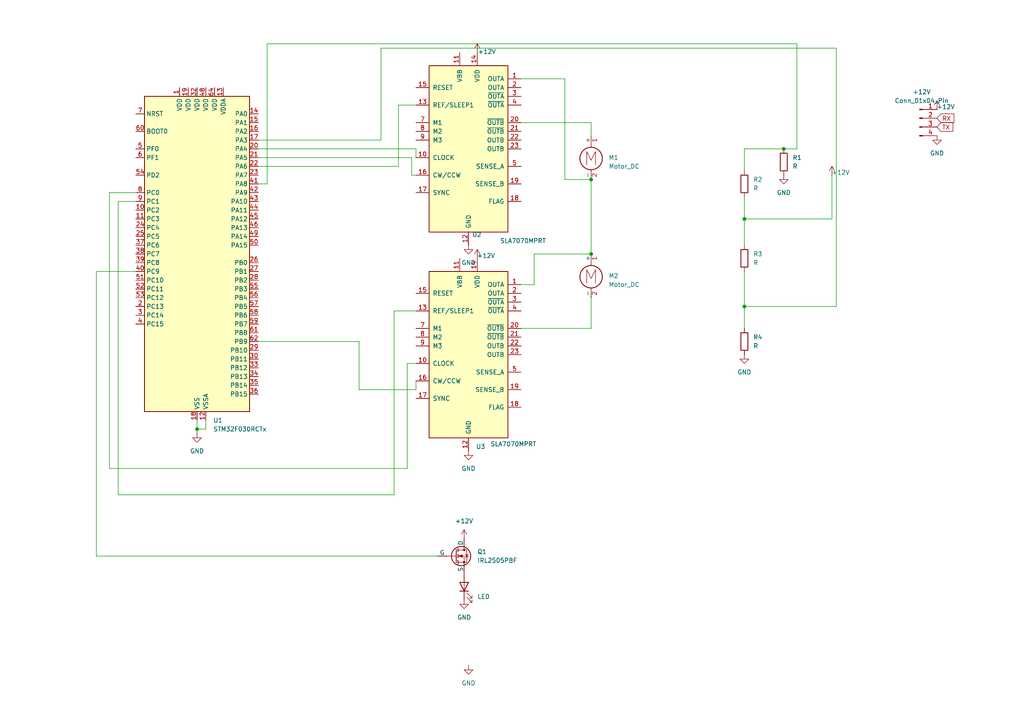
<source format=kicad_sch>
(kicad_sch
	(version 20250114)
	(generator "eeschema")
	(generator_version "9.0")
	(uuid "43583bed-eccb-4d2c-8df6-db17525cdd0e")
	(paper "A4")
	(lib_symbols
		(symbol "Connector:Conn_01x04_Pin"
			(pin_names
				(offset 1.016)
				(hide yes)
			)
			(exclude_from_sim no)
			(in_bom yes)
			(on_board yes)
			(property "Reference" "J"
				(at 0 5.08 0)
				(effects
					(font
						(size 1.27 1.27)
					)
				)
			)
			(property "Value" "Conn_01x04_Pin"
				(at 0 -7.62 0)
				(effects
					(font
						(size 1.27 1.27)
					)
				)
			)
			(property "Footprint" ""
				(at 0 0 0)
				(effects
					(font
						(size 1.27 1.27)
					)
					(hide yes)
				)
			)
			(property "Datasheet" "~"
				(at 0 0 0)
				(effects
					(font
						(size 1.27 1.27)
					)
					(hide yes)
				)
			)
			(property "Description" "Generic connector, single row, 01x04, script generated"
				(at 0 0 0)
				(effects
					(font
						(size 1.27 1.27)
					)
					(hide yes)
				)
			)
			(property "ki_locked" ""
				(at 0 0 0)
				(effects
					(font
						(size 1.27 1.27)
					)
				)
			)
			(property "ki_keywords" "connector"
				(at 0 0 0)
				(effects
					(font
						(size 1.27 1.27)
					)
					(hide yes)
				)
			)
			(property "ki_fp_filters" "Connector*:*_1x??_*"
				(at 0 0 0)
				(effects
					(font
						(size 1.27 1.27)
					)
					(hide yes)
				)
			)
			(symbol "Conn_01x04_Pin_1_1"
				(rectangle
					(start 0.8636 2.667)
					(end 0 2.413)
					(stroke
						(width 0.1524)
						(type default)
					)
					(fill
						(type outline)
					)
				)
				(rectangle
					(start 0.8636 0.127)
					(end 0 -0.127)
					(stroke
						(width 0.1524)
						(type default)
					)
					(fill
						(type outline)
					)
				)
				(rectangle
					(start 0.8636 -2.413)
					(end 0 -2.667)
					(stroke
						(width 0.1524)
						(type default)
					)
					(fill
						(type outline)
					)
				)
				(rectangle
					(start 0.8636 -4.953)
					(end 0 -5.207)
					(stroke
						(width 0.1524)
						(type default)
					)
					(fill
						(type outline)
					)
				)
				(polyline
					(pts
						(xy 1.27 2.54) (xy 0.8636 2.54)
					)
					(stroke
						(width 0.1524)
						(type default)
					)
					(fill
						(type none)
					)
				)
				(polyline
					(pts
						(xy 1.27 0) (xy 0.8636 0)
					)
					(stroke
						(width 0.1524)
						(type default)
					)
					(fill
						(type none)
					)
				)
				(polyline
					(pts
						(xy 1.27 -2.54) (xy 0.8636 -2.54)
					)
					(stroke
						(width 0.1524)
						(type default)
					)
					(fill
						(type none)
					)
				)
				(polyline
					(pts
						(xy 1.27 -5.08) (xy 0.8636 -5.08)
					)
					(stroke
						(width 0.1524)
						(type default)
					)
					(fill
						(type none)
					)
				)
				(pin passive line
					(at 5.08 2.54 180)
					(length 3.81)
					(name "Pin_1"
						(effects
							(font
								(size 1.27 1.27)
							)
						)
					)
					(number "1"
						(effects
							(font
								(size 1.27 1.27)
							)
						)
					)
				)
				(pin passive line
					(at 5.08 0 180)
					(length 3.81)
					(name "Pin_2"
						(effects
							(font
								(size 1.27 1.27)
							)
						)
					)
					(number "2"
						(effects
							(font
								(size 1.27 1.27)
							)
						)
					)
				)
				(pin passive line
					(at 5.08 -2.54 180)
					(length 3.81)
					(name "Pin_3"
						(effects
							(font
								(size 1.27 1.27)
							)
						)
					)
					(number "3"
						(effects
							(font
								(size 1.27 1.27)
							)
						)
					)
				)
				(pin passive line
					(at 5.08 -5.08 180)
					(length 3.81)
					(name "Pin_4"
						(effects
							(font
								(size 1.27 1.27)
							)
						)
					)
					(number "4"
						(effects
							(font
								(size 1.27 1.27)
							)
						)
					)
				)
			)
			(embedded_fonts no)
		)
		(symbol "Device:LED"
			(pin_numbers
				(hide yes)
			)
			(pin_names
				(offset 1.016)
				(hide yes)
			)
			(exclude_from_sim no)
			(in_bom yes)
			(on_board yes)
			(property "Reference" "D"
				(at 0 2.54 0)
				(effects
					(font
						(size 1.27 1.27)
					)
				)
			)
			(property "Value" "LED"
				(at 0 -2.54 0)
				(effects
					(font
						(size 1.27 1.27)
					)
				)
			)
			(property "Footprint" ""
				(at 0 0 0)
				(effects
					(font
						(size 1.27 1.27)
					)
					(hide yes)
				)
			)
			(property "Datasheet" "~"
				(at 0 0 0)
				(effects
					(font
						(size 1.27 1.27)
					)
					(hide yes)
				)
			)
			(property "Description" "Light emitting diode"
				(at 0 0 0)
				(effects
					(font
						(size 1.27 1.27)
					)
					(hide yes)
				)
			)
			(property "Sim.Pins" "1=K 2=A"
				(at 0 0 0)
				(effects
					(font
						(size 1.27 1.27)
					)
					(hide yes)
				)
			)
			(property "ki_keywords" "LED diode"
				(at 0 0 0)
				(effects
					(font
						(size 1.27 1.27)
					)
					(hide yes)
				)
			)
			(property "ki_fp_filters" "LED* LED_SMD:* LED_THT:*"
				(at 0 0 0)
				(effects
					(font
						(size 1.27 1.27)
					)
					(hide yes)
				)
			)
			(symbol "LED_0_1"
				(polyline
					(pts
						(xy -3.048 -0.762) (xy -4.572 -2.286) (xy -3.81 -2.286) (xy -4.572 -2.286) (xy -4.572 -1.524)
					)
					(stroke
						(width 0)
						(type default)
					)
					(fill
						(type none)
					)
				)
				(polyline
					(pts
						(xy -1.778 -0.762) (xy -3.302 -2.286) (xy -2.54 -2.286) (xy -3.302 -2.286) (xy -3.302 -1.524)
					)
					(stroke
						(width 0)
						(type default)
					)
					(fill
						(type none)
					)
				)
				(polyline
					(pts
						(xy -1.27 0) (xy 1.27 0)
					)
					(stroke
						(width 0)
						(type default)
					)
					(fill
						(type none)
					)
				)
				(polyline
					(pts
						(xy -1.27 -1.27) (xy -1.27 1.27)
					)
					(stroke
						(width 0.254)
						(type default)
					)
					(fill
						(type none)
					)
				)
				(polyline
					(pts
						(xy 1.27 -1.27) (xy 1.27 1.27) (xy -1.27 0) (xy 1.27 -1.27)
					)
					(stroke
						(width 0.254)
						(type default)
					)
					(fill
						(type none)
					)
				)
			)
			(symbol "LED_1_1"
				(pin passive line
					(at -3.81 0 0)
					(length 2.54)
					(name "K"
						(effects
							(font
								(size 1.27 1.27)
							)
						)
					)
					(number "1"
						(effects
							(font
								(size 1.27 1.27)
							)
						)
					)
				)
				(pin passive line
					(at 3.81 0 180)
					(length 2.54)
					(name "A"
						(effects
							(font
								(size 1.27 1.27)
							)
						)
					)
					(number "2"
						(effects
							(font
								(size 1.27 1.27)
							)
						)
					)
				)
			)
			(embedded_fonts no)
		)
		(symbol "Device:R"
			(pin_numbers
				(hide yes)
			)
			(pin_names
				(offset 0)
			)
			(exclude_from_sim no)
			(in_bom yes)
			(on_board yes)
			(property "Reference" "R"
				(at 2.032 0 90)
				(effects
					(font
						(size 1.27 1.27)
					)
				)
			)
			(property "Value" "R"
				(at 0 0 90)
				(effects
					(font
						(size 1.27 1.27)
					)
				)
			)
			(property "Footprint" ""
				(at -1.778 0 90)
				(effects
					(font
						(size 1.27 1.27)
					)
					(hide yes)
				)
			)
			(property "Datasheet" "~"
				(at 0 0 0)
				(effects
					(font
						(size 1.27 1.27)
					)
					(hide yes)
				)
			)
			(property "Description" "Resistor"
				(at 0 0 0)
				(effects
					(font
						(size 1.27 1.27)
					)
					(hide yes)
				)
			)
			(property "ki_keywords" "R res resistor"
				(at 0 0 0)
				(effects
					(font
						(size 1.27 1.27)
					)
					(hide yes)
				)
			)
			(property "ki_fp_filters" "R_*"
				(at 0 0 0)
				(effects
					(font
						(size 1.27 1.27)
					)
					(hide yes)
				)
			)
			(symbol "R_0_1"
				(rectangle
					(start -1.016 -2.54)
					(end 1.016 2.54)
					(stroke
						(width 0.254)
						(type default)
					)
					(fill
						(type none)
					)
				)
			)
			(symbol "R_1_1"
				(pin passive line
					(at 0 3.81 270)
					(length 1.27)
					(name "~"
						(effects
							(font
								(size 1.27 1.27)
							)
						)
					)
					(number "1"
						(effects
							(font
								(size 1.27 1.27)
							)
						)
					)
				)
				(pin passive line
					(at 0 -3.81 90)
					(length 1.27)
					(name "~"
						(effects
							(font
								(size 1.27 1.27)
							)
						)
					)
					(number "2"
						(effects
							(font
								(size 1.27 1.27)
							)
						)
					)
				)
			)
			(embedded_fonts no)
		)
		(symbol "Driver_Motor:SLA7070MPRT"
			(pin_names
				(offset 1.016)
			)
			(exclude_from_sim no)
			(in_bom yes)
			(on_board yes)
			(property "Reference" "U"
				(at -10.16 25.4 0)
				(effects
					(font
						(size 1.27 1.27)
					)
				)
			)
			(property "Value" "SLA7070MPRT"
				(at 7.62 -25.4 0)
				(effects
					(font
						(size 1.27 1.27)
					)
				)
			)
			(property "Footprint" ""
				(at 0 0 0)
				(effects
					(font
						(size 1.27 1.27)
						(italic yes)
					)
					(hide yes)
				)
			)
			(property "Datasheet" "http://www.semicon.sanken-ele.co.jp/sk_content/sla7070mprt_ds_en.pdf"
				(at 0 0 0)
				(effects
					(font
						(size 1.27 1.27)
					)
					(hide yes)
				)
			)
			(property "Description" "Unipolar 2-phase stepper motor driver, Full and Half step, 1A"
				(at 0 0 0)
				(effects
					(font
						(size 1.27 1.27)
					)
					(hide yes)
				)
			)
			(property "ki_keywords" "Stepper driver"
				(at 0 0 0)
				(effects
					(font
						(size 1.27 1.27)
					)
					(hide yes)
				)
			)
			(property "ki_fp_filters" "ZIP23"
				(at 0 0 0)
				(effects
					(font
						(size 1.27 1.27)
					)
					(hide yes)
				)
			)
			(symbol "SLA7070MPRT_0_1"
				(rectangle
					(start -11.43 24.13)
					(end 11.43 -24.13)
					(stroke
						(width 0.254)
						(type default)
					)
					(fill
						(type background)
					)
				)
			)
			(symbol "SLA7070MPRT_1_1"
				(pin input line
					(at -15.24 17.78 0)
					(length 3.81)
					(name "RESET"
						(effects
							(font
								(size 1.27 1.27)
							)
						)
					)
					(number "15"
						(effects
							(font
								(size 1.27 1.27)
							)
						)
					)
				)
				(pin input line
					(at -15.24 12.7 0)
					(length 3.81)
					(name "REF/SLEEP1"
						(effects
							(font
								(size 1.27 1.27)
							)
						)
					)
					(number "13"
						(effects
							(font
								(size 1.27 1.27)
							)
						)
					)
				)
				(pin input line
					(at -15.24 7.62 0)
					(length 3.81)
					(name "M1"
						(effects
							(font
								(size 1.27 1.27)
							)
						)
					)
					(number "7"
						(effects
							(font
								(size 1.27 1.27)
							)
						)
					)
				)
				(pin input line
					(at -15.24 5.08 0)
					(length 3.81)
					(name "M2"
						(effects
							(font
								(size 1.27 1.27)
							)
						)
					)
					(number "8"
						(effects
							(font
								(size 1.27 1.27)
							)
						)
					)
				)
				(pin input line
					(at -15.24 2.54 0)
					(length 3.81)
					(name "M3"
						(effects
							(font
								(size 1.27 1.27)
							)
						)
					)
					(number "9"
						(effects
							(font
								(size 1.27 1.27)
							)
						)
					)
				)
				(pin input line
					(at -15.24 -2.54 0)
					(length 3.81)
					(name "CLOCK"
						(effects
							(font
								(size 1.27 1.27)
							)
						)
					)
					(number "10"
						(effects
							(font
								(size 1.27 1.27)
							)
						)
					)
				)
				(pin input line
					(at -15.24 -7.62 0)
					(length 3.81)
					(name "CW/CCW"
						(effects
							(font
								(size 1.27 1.27)
							)
						)
					)
					(number "16"
						(effects
							(font
								(size 1.27 1.27)
							)
						)
					)
				)
				(pin input line
					(at -15.24 -12.7 0)
					(length 3.81)
					(name "SYNC"
						(effects
							(font
								(size 1.27 1.27)
							)
						)
					)
					(number "17"
						(effects
							(font
								(size 1.27 1.27)
							)
						)
					)
				)
				(pin power_in line
					(at -2.54 27.94 270)
					(length 3.81)
					(name "VBB"
						(effects
							(font
								(size 1.27 1.27)
							)
						)
					)
					(number "11"
						(effects
							(font
								(size 1.27 1.27)
							)
						)
					)
				)
				(pin power_in line
					(at 0 -27.94 90)
					(length 3.81)
					(name "GND"
						(effects
							(font
								(size 1.27 1.27)
							)
						)
					)
					(number "12"
						(effects
							(font
								(size 1.27 1.27)
							)
						)
					)
				)
				(pin power_in line
					(at 2.54 27.94 270)
					(length 3.81)
					(name "VDD"
						(effects
							(font
								(size 1.27 1.27)
							)
						)
					)
					(number "14"
						(effects
							(font
								(size 1.27 1.27)
							)
						)
					)
				)
				(pin no_connect line
					(at 10.16 -20.32 180)
					(length 3.81)
					(hide yes)
					(name "N.C."
						(effects
							(font
								(size 1.27 1.27)
							)
						)
					)
					(number "6"
						(effects
							(font
								(size 1.27 1.27)
							)
						)
					)
				)
				(pin output line
					(at 15.24 20.32 180)
					(length 3.81)
					(name "OUTA"
						(effects
							(font
								(size 1.27 1.27)
							)
						)
					)
					(number "1"
						(effects
							(font
								(size 1.27 1.27)
							)
						)
					)
				)
				(pin output line
					(at 15.24 17.78 180)
					(length 3.81)
					(name "OUTA"
						(effects
							(font
								(size 1.27 1.27)
							)
						)
					)
					(number "2"
						(effects
							(font
								(size 1.27 1.27)
							)
						)
					)
				)
				(pin output line
					(at 15.24 15.24 180)
					(length 3.81)
					(name "~{OUTA}"
						(effects
							(font
								(size 1.27 1.27)
							)
						)
					)
					(number "3"
						(effects
							(font
								(size 1.27 1.27)
							)
						)
					)
				)
				(pin output line
					(at 15.24 12.7 180)
					(length 3.81)
					(name "~{OUTA}"
						(effects
							(font
								(size 1.27 1.27)
							)
						)
					)
					(number "4"
						(effects
							(font
								(size 1.27 1.27)
							)
						)
					)
				)
				(pin output line
					(at 15.24 7.62 180)
					(length 3.81)
					(name "~{OUTB}"
						(effects
							(font
								(size 1.27 1.27)
							)
						)
					)
					(number "20"
						(effects
							(font
								(size 1.27 1.27)
							)
						)
					)
				)
				(pin output line
					(at 15.24 5.08 180)
					(length 3.81)
					(name "~{OUTB}"
						(effects
							(font
								(size 1.27 1.27)
							)
						)
					)
					(number "21"
						(effects
							(font
								(size 1.27 1.27)
							)
						)
					)
				)
				(pin output line
					(at 15.24 2.54 180)
					(length 3.81)
					(name "OUTB"
						(effects
							(font
								(size 1.27 1.27)
							)
						)
					)
					(number "22"
						(effects
							(font
								(size 1.27 1.27)
							)
						)
					)
				)
				(pin output line
					(at 15.24 0 180)
					(length 3.81)
					(name "OUTB"
						(effects
							(font
								(size 1.27 1.27)
							)
						)
					)
					(number "23"
						(effects
							(font
								(size 1.27 1.27)
							)
						)
					)
				)
				(pin output line
					(at 15.24 -5.08 180)
					(length 3.81)
					(name "SENSE_A"
						(effects
							(font
								(size 1.27 1.27)
							)
						)
					)
					(number "5"
						(effects
							(font
								(size 1.27 1.27)
							)
						)
					)
				)
				(pin output line
					(at 15.24 -10.16 180)
					(length 3.81)
					(name "SENSE_B"
						(effects
							(font
								(size 1.27 1.27)
							)
						)
					)
					(number "19"
						(effects
							(font
								(size 1.27 1.27)
							)
						)
					)
				)
				(pin output line
					(at 15.24 -15.24 180)
					(length 3.81)
					(name "FLAG"
						(effects
							(font
								(size 1.27 1.27)
							)
						)
					)
					(number "18"
						(effects
							(font
								(size 1.27 1.27)
							)
						)
					)
				)
			)
			(embedded_fonts no)
		)
		(symbol "MCU_ST_STM32F0:STM32F030RCTx"
			(exclude_from_sim no)
			(in_bom yes)
			(on_board yes)
			(property "Reference" "U"
				(at -15.24 46.99 0)
				(effects
					(font
						(size 1.27 1.27)
					)
					(justify left)
				)
			)
			(property "Value" "STM32F030RCTx"
				(at 10.16 46.99 0)
				(effects
					(font
						(size 1.27 1.27)
					)
					(justify left)
				)
			)
			(property "Footprint" "Package_QFP:LQFP-64_10x10mm_P0.5mm"
				(at -15.24 -45.72 0)
				(effects
					(font
						(size 1.27 1.27)
					)
					(justify right)
					(hide yes)
				)
			)
			(property "Datasheet" "https://www.st.com/resource/en/datasheet/stm32f030rc.pdf"
				(at 0 0 0)
				(effects
					(font
						(size 1.27 1.27)
					)
					(hide yes)
				)
			)
			(property "Description" "STMicroelectronics Arm Cortex-M0 MCU, 256KB flash, 32KB RAM, 48 MHz, 2.4-3.6V, 51 GPIO, LQFP64"
				(at 0 0 0)
				(effects
					(font
						(size 1.27 1.27)
					)
					(hide yes)
				)
			)
			(property "ki_keywords" "Arm Cortex-M0 STM32F0 STM32F0x0 Value Line"
				(at 0 0 0)
				(effects
					(font
						(size 1.27 1.27)
					)
					(hide yes)
				)
			)
			(property "ki_fp_filters" "LQFP*10x10mm*P0.5mm*"
				(at 0 0 0)
				(effects
					(font
						(size 1.27 1.27)
					)
					(hide yes)
				)
			)
			(symbol "STM32F030RCTx_0_1"
				(rectangle
					(start -15.24 -45.72)
					(end 15.24 45.72)
					(stroke
						(width 0.254)
						(type default)
					)
					(fill
						(type background)
					)
				)
			)
			(symbol "STM32F030RCTx_1_1"
				(pin input line
					(at -17.78 40.64 0)
					(length 2.54)
					(name "NRST"
						(effects
							(font
								(size 1.27 1.27)
							)
						)
					)
					(number "7"
						(effects
							(font
								(size 1.27 1.27)
							)
						)
					)
				)
				(pin input line
					(at -17.78 35.56 0)
					(length 2.54)
					(name "BOOT0"
						(effects
							(font
								(size 1.27 1.27)
							)
						)
					)
					(number "60"
						(effects
							(font
								(size 1.27 1.27)
							)
						)
					)
				)
				(pin bidirectional line
					(at -17.78 30.48 0)
					(length 2.54)
					(name "PF0"
						(effects
							(font
								(size 1.27 1.27)
							)
						)
					)
					(number "5"
						(effects
							(font
								(size 1.27 1.27)
							)
						)
					)
					(alternate "I2C1_SDA" bidirectional line)
					(alternate "RCC_OSC_IN" bidirectional line)
				)
				(pin bidirectional line
					(at -17.78 27.94 0)
					(length 2.54)
					(name "PF1"
						(effects
							(font
								(size 1.27 1.27)
							)
						)
					)
					(number "6"
						(effects
							(font
								(size 1.27 1.27)
							)
						)
					)
					(alternate "I2C1_SCL" bidirectional line)
					(alternate "RCC_OSC_OUT" bidirectional line)
				)
				(pin bidirectional line
					(at -17.78 22.86 0)
					(length 2.54)
					(name "PD2"
						(effects
							(font
								(size 1.27 1.27)
							)
						)
					)
					(number "54"
						(effects
							(font
								(size 1.27 1.27)
							)
						)
					)
					(alternate "TIM3_ETR" bidirectional line)
					(alternate "USART3_DE" bidirectional line)
					(alternate "USART3_RTS" bidirectional line)
					(alternate "USART5_RX" bidirectional line)
				)
				(pin bidirectional line
					(at -17.78 17.78 0)
					(length 2.54)
					(name "PC0"
						(effects
							(font
								(size 1.27 1.27)
							)
						)
					)
					(number "8"
						(effects
							(font
								(size 1.27 1.27)
							)
						)
					)
					(alternate "ADC_IN10" bidirectional line)
					(alternate "USART6_TX" bidirectional line)
				)
				(pin bidirectional line
					(at -17.78 15.24 0)
					(length 2.54)
					(name "PC1"
						(effects
							(font
								(size 1.27 1.27)
							)
						)
					)
					(number "9"
						(effects
							(font
								(size 1.27 1.27)
							)
						)
					)
					(alternate "ADC_IN11" bidirectional line)
					(alternate "USART6_RX" bidirectional line)
				)
				(pin bidirectional line
					(at -17.78 12.7 0)
					(length 2.54)
					(name "PC2"
						(effects
							(font
								(size 1.27 1.27)
							)
						)
					)
					(number "10"
						(effects
							(font
								(size 1.27 1.27)
							)
						)
					)
					(alternate "ADC_IN12" bidirectional line)
					(alternate "SPI2_MISO" bidirectional line)
				)
				(pin bidirectional line
					(at -17.78 10.16 0)
					(length 2.54)
					(name "PC3"
						(effects
							(font
								(size 1.27 1.27)
							)
						)
					)
					(number "11"
						(effects
							(font
								(size 1.27 1.27)
							)
						)
					)
					(alternate "ADC_IN13" bidirectional line)
					(alternate "SPI2_MOSI" bidirectional line)
				)
				(pin bidirectional line
					(at -17.78 7.62 0)
					(length 2.54)
					(name "PC4"
						(effects
							(font
								(size 1.27 1.27)
							)
						)
					)
					(number "24"
						(effects
							(font
								(size 1.27 1.27)
							)
						)
					)
					(alternate "ADC_IN14" bidirectional line)
					(alternate "USART3_TX" bidirectional line)
				)
				(pin bidirectional line
					(at -17.78 5.08 0)
					(length 2.54)
					(name "PC5"
						(effects
							(font
								(size 1.27 1.27)
							)
						)
					)
					(number "25"
						(effects
							(font
								(size 1.27 1.27)
							)
						)
					)
					(alternate "ADC_IN15" bidirectional line)
					(alternate "USART3_RX" bidirectional line)
				)
				(pin bidirectional line
					(at -17.78 2.54 0)
					(length 2.54)
					(name "PC6"
						(effects
							(font
								(size 1.27 1.27)
							)
						)
					)
					(number "37"
						(effects
							(font
								(size 1.27 1.27)
							)
						)
					)
					(alternate "TIM3_CH1" bidirectional line)
				)
				(pin bidirectional line
					(at -17.78 0 0)
					(length 2.54)
					(name "PC7"
						(effects
							(font
								(size 1.27 1.27)
							)
						)
					)
					(number "38"
						(effects
							(font
								(size 1.27 1.27)
							)
						)
					)
					(alternate "TIM3_CH2" bidirectional line)
				)
				(pin bidirectional line
					(at -17.78 -2.54 0)
					(length 2.54)
					(name "PC8"
						(effects
							(font
								(size 1.27 1.27)
							)
						)
					)
					(number "39"
						(effects
							(font
								(size 1.27 1.27)
							)
						)
					)
					(alternate "TIM3_CH3" bidirectional line)
				)
				(pin bidirectional line
					(at -17.78 -5.08 0)
					(length 2.54)
					(name "PC9"
						(effects
							(font
								(size 1.27 1.27)
							)
						)
					)
					(number "40"
						(effects
							(font
								(size 1.27 1.27)
							)
						)
					)
					(alternate "TIM3_CH4" bidirectional line)
				)
				(pin bidirectional line
					(at -17.78 -7.62 0)
					(length 2.54)
					(name "PC10"
						(effects
							(font
								(size 1.27 1.27)
							)
						)
					)
					(number "51"
						(effects
							(font
								(size 1.27 1.27)
							)
						)
					)
					(alternate "USART3_TX" bidirectional line)
					(alternate "USART4_TX" bidirectional line)
				)
				(pin bidirectional line
					(at -17.78 -10.16 0)
					(length 2.54)
					(name "PC11"
						(effects
							(font
								(size 1.27 1.27)
							)
						)
					)
					(number "52"
						(effects
							(font
								(size 1.27 1.27)
							)
						)
					)
					(alternate "USART3_RX" bidirectional line)
					(alternate "USART4_RX" bidirectional line)
				)
				(pin bidirectional line
					(at -17.78 -12.7 0)
					(length 2.54)
					(name "PC12"
						(effects
							(font
								(size 1.27 1.27)
							)
						)
					)
					(number "53"
						(effects
							(font
								(size 1.27 1.27)
							)
						)
					)
					(alternate "USART3_CK" bidirectional line)
					(alternate "USART4_CK" bidirectional line)
					(alternate "USART5_TX" bidirectional line)
				)
				(pin bidirectional line
					(at -17.78 -15.24 0)
					(length 2.54)
					(name "PC13"
						(effects
							(font
								(size 1.27 1.27)
							)
						)
					)
					(number "2"
						(effects
							(font
								(size 1.27 1.27)
							)
						)
					)
					(alternate "RTC_OUT_ALARM" bidirectional line)
					(alternate "RTC_OUT_CALIB" bidirectional line)
					(alternate "RTC_TAMP1" bidirectional line)
					(alternate "RTC_TS" bidirectional line)
					(alternate "SYS_WKUP2" bidirectional line)
				)
				(pin bidirectional line
					(at -17.78 -17.78 0)
					(length 2.54)
					(name "PC14"
						(effects
							(font
								(size 1.27 1.27)
							)
						)
					)
					(number "3"
						(effects
							(font
								(size 1.27 1.27)
							)
						)
					)
					(alternate "RCC_OSC32_IN" bidirectional line)
				)
				(pin bidirectional line
					(at -17.78 -20.32 0)
					(length 2.54)
					(name "PC15"
						(effects
							(font
								(size 1.27 1.27)
							)
						)
					)
					(number "4"
						(effects
							(font
								(size 1.27 1.27)
							)
						)
					)
					(alternate "RCC_OSC32_OUT" bidirectional line)
				)
				(pin power_in line
					(at -5.08 48.26 270)
					(length 2.54)
					(name "VDD"
						(effects
							(font
								(size 1.27 1.27)
							)
						)
					)
					(number "1"
						(effects
							(font
								(size 1.27 1.27)
							)
						)
					)
				)
				(pin power_in line
					(at -2.54 48.26 270)
					(length 2.54)
					(name "VDD"
						(effects
							(font
								(size 1.27 1.27)
							)
						)
					)
					(number "19"
						(effects
							(font
								(size 1.27 1.27)
							)
						)
					)
				)
				(pin power_in line
					(at 0 48.26 270)
					(length 2.54)
					(name "VDD"
						(effects
							(font
								(size 1.27 1.27)
							)
						)
					)
					(number "32"
						(effects
							(font
								(size 1.27 1.27)
							)
						)
					)
				)
				(pin power_in line
					(at 0 -48.26 90)
					(length 2.54)
					(name "VSS"
						(effects
							(font
								(size 1.27 1.27)
							)
						)
					)
					(number "18"
						(effects
							(font
								(size 1.27 1.27)
							)
						)
					)
				)
				(pin passive line
					(at 0 -48.26 90)
					(length 2.54)
					(hide yes)
					(name "VSS"
						(effects
							(font
								(size 1.27 1.27)
							)
						)
					)
					(number "31"
						(effects
							(font
								(size 1.27 1.27)
							)
						)
					)
				)
				(pin passive line
					(at 0 -48.26 90)
					(length 2.54)
					(hide yes)
					(name "VSS"
						(effects
							(font
								(size 1.27 1.27)
							)
						)
					)
					(number "47"
						(effects
							(font
								(size 1.27 1.27)
							)
						)
					)
				)
				(pin passive line
					(at 0 -48.26 90)
					(length 2.54)
					(hide yes)
					(name "VSS"
						(effects
							(font
								(size 1.27 1.27)
							)
						)
					)
					(number "63"
						(effects
							(font
								(size 1.27 1.27)
							)
						)
					)
				)
				(pin power_in line
					(at 2.54 48.26 270)
					(length 2.54)
					(name "VDD"
						(effects
							(font
								(size 1.27 1.27)
							)
						)
					)
					(number "48"
						(effects
							(font
								(size 1.27 1.27)
							)
						)
					)
				)
				(pin power_in line
					(at 2.54 -48.26 90)
					(length 2.54)
					(name "VSSA"
						(effects
							(font
								(size 1.27 1.27)
							)
						)
					)
					(number "12"
						(effects
							(font
								(size 1.27 1.27)
							)
						)
					)
				)
				(pin power_in line
					(at 5.08 48.26 270)
					(length 2.54)
					(name "VDD"
						(effects
							(font
								(size 1.27 1.27)
							)
						)
					)
					(number "64"
						(effects
							(font
								(size 1.27 1.27)
							)
						)
					)
				)
				(pin power_in line
					(at 7.62 48.26 270)
					(length 2.54)
					(name "VDDA"
						(effects
							(font
								(size 1.27 1.27)
							)
						)
					)
					(number "13"
						(effects
							(font
								(size 1.27 1.27)
							)
						)
					)
				)
				(pin bidirectional line
					(at 17.78 40.64 180)
					(length 2.54)
					(name "PA0"
						(effects
							(font
								(size 1.27 1.27)
							)
						)
					)
					(number "14"
						(effects
							(font
								(size 1.27 1.27)
							)
						)
					)
					(alternate "ADC_IN0" bidirectional line)
					(alternate "RTC_TAMP2" bidirectional line)
					(alternate "SYS_WKUP1" bidirectional line)
					(alternate "USART2_CTS" bidirectional line)
					(alternate "USART4_TX" bidirectional line)
				)
				(pin bidirectional line
					(at 17.78 38.1 180)
					(length 2.54)
					(name "PA1"
						(effects
							(font
								(size 1.27 1.27)
							)
						)
					)
					(number "15"
						(effects
							(font
								(size 1.27 1.27)
							)
						)
					)
					(alternate "ADC_IN1" bidirectional line)
					(alternate "TIM15_CH1N" bidirectional line)
					(alternate "USART2_DE" bidirectional line)
					(alternate "USART2_RTS" bidirectional line)
					(alternate "USART4_RX" bidirectional line)
				)
				(pin bidirectional line
					(at 17.78 35.56 180)
					(length 2.54)
					(name "PA2"
						(effects
							(font
								(size 1.27 1.27)
							)
						)
					)
					(number "16"
						(effects
							(font
								(size 1.27 1.27)
							)
						)
					)
					(alternate "ADC_IN2" bidirectional line)
					(alternate "TIM15_CH1" bidirectional line)
					(alternate "USART2_TX" bidirectional line)
				)
				(pin bidirectional line
					(at 17.78 33.02 180)
					(length 2.54)
					(name "PA3"
						(effects
							(font
								(size 1.27 1.27)
							)
						)
					)
					(number "17"
						(effects
							(font
								(size 1.27 1.27)
							)
						)
					)
					(alternate "ADC_IN3" bidirectional line)
					(alternate "TIM15_CH2" bidirectional line)
					(alternate "USART2_RX" bidirectional line)
				)
				(pin bidirectional line
					(at 17.78 30.48 180)
					(length 2.54)
					(name "PA4"
						(effects
							(font
								(size 1.27 1.27)
							)
						)
					)
					(number "20"
						(effects
							(font
								(size 1.27 1.27)
							)
						)
					)
					(alternate "ADC_IN4" bidirectional line)
					(alternate "SPI1_NSS" bidirectional line)
					(alternate "TIM14_CH1" bidirectional line)
					(alternate "USART2_CK" bidirectional line)
					(alternate "USART6_TX" bidirectional line)
				)
				(pin bidirectional line
					(at 17.78 27.94 180)
					(length 2.54)
					(name "PA5"
						(effects
							(font
								(size 1.27 1.27)
							)
						)
					)
					(number "21"
						(effects
							(font
								(size 1.27 1.27)
							)
						)
					)
					(alternate "ADC_IN5" bidirectional line)
					(alternate "SPI1_SCK" bidirectional line)
					(alternate "USART6_RX" bidirectional line)
				)
				(pin bidirectional line
					(at 17.78 25.4 180)
					(length 2.54)
					(name "PA6"
						(effects
							(font
								(size 1.27 1.27)
							)
						)
					)
					(number "22"
						(effects
							(font
								(size 1.27 1.27)
							)
						)
					)
					(alternate "ADC_IN6" bidirectional line)
					(alternate "SPI1_MISO" bidirectional line)
					(alternate "TIM16_CH1" bidirectional line)
					(alternate "TIM1_BKIN" bidirectional line)
					(alternate "TIM3_CH1" bidirectional line)
					(alternate "USART3_CTS" bidirectional line)
				)
				(pin bidirectional line
					(at 17.78 22.86 180)
					(length 2.54)
					(name "PA7"
						(effects
							(font
								(size 1.27 1.27)
							)
						)
					)
					(number "23"
						(effects
							(font
								(size 1.27 1.27)
							)
						)
					)
					(alternate "ADC_IN7" bidirectional line)
					(alternate "SPI1_MOSI" bidirectional line)
					(alternate "TIM14_CH1" bidirectional line)
					(alternate "TIM17_CH1" bidirectional line)
					(alternate "TIM1_CH1N" bidirectional line)
					(alternate "TIM3_CH2" bidirectional line)
				)
				(pin bidirectional line
					(at 17.78 20.32 180)
					(length 2.54)
					(name "PA8"
						(effects
							(font
								(size 1.27 1.27)
							)
						)
					)
					(number "41"
						(effects
							(font
								(size 1.27 1.27)
							)
						)
					)
					(alternate "RCC_MCO" bidirectional line)
					(alternate "TIM1_CH1" bidirectional line)
					(alternate "USART1_CK" bidirectional line)
				)
				(pin bidirectional line
					(at 17.78 17.78 180)
					(length 2.54)
					(name "PA9"
						(effects
							(font
								(size 1.27 1.27)
							)
						)
					)
					(number "42"
						(effects
							(font
								(size 1.27 1.27)
							)
						)
					)
					(alternate "I2C1_SCL" bidirectional line)
					(alternate "RCC_MCO" bidirectional line)
					(alternate "TIM15_BKIN" bidirectional line)
					(alternate "TIM1_CH2" bidirectional line)
					(alternate "USART1_TX" bidirectional line)
				)
				(pin bidirectional line
					(at 17.78 15.24 180)
					(length 2.54)
					(name "PA10"
						(effects
							(font
								(size 1.27 1.27)
							)
						)
					)
					(number "43"
						(effects
							(font
								(size 1.27 1.27)
							)
						)
					)
					(alternate "I2C1_SDA" bidirectional line)
					(alternate "TIM17_BKIN" bidirectional line)
					(alternate "TIM1_CH3" bidirectional line)
					(alternate "USART1_RX" bidirectional line)
				)
				(pin bidirectional line
					(at 17.78 12.7 180)
					(length 2.54)
					(name "PA11"
						(effects
							(font
								(size 1.27 1.27)
							)
						)
					)
					(number "44"
						(effects
							(font
								(size 1.27 1.27)
							)
						)
					)
					(alternate "I2C2_SCL" bidirectional line)
					(alternate "TIM1_CH4" bidirectional line)
					(alternate "USART1_CTS" bidirectional line)
				)
				(pin bidirectional line
					(at 17.78 10.16 180)
					(length 2.54)
					(name "PA12"
						(effects
							(font
								(size 1.27 1.27)
							)
						)
					)
					(number "45"
						(effects
							(font
								(size 1.27 1.27)
							)
						)
					)
					(alternate "I2C2_SDA" bidirectional line)
					(alternate "TIM1_ETR" bidirectional line)
					(alternate "USART1_DE" bidirectional line)
					(alternate "USART1_RTS" bidirectional line)
				)
				(pin bidirectional line
					(at 17.78 7.62 180)
					(length 2.54)
					(name "PA13"
						(effects
							(font
								(size 1.27 1.27)
							)
						)
					)
					(number "46"
						(effects
							(font
								(size 1.27 1.27)
							)
						)
					)
					(alternate "IR_OUT" bidirectional line)
					(alternate "SYS_SWDIO" bidirectional line)
				)
				(pin bidirectional line
					(at 17.78 5.08 180)
					(length 2.54)
					(name "PA14"
						(effects
							(font
								(size 1.27 1.27)
							)
						)
					)
					(number "49"
						(effects
							(font
								(size 1.27 1.27)
							)
						)
					)
					(alternate "SYS_SWCLK" bidirectional line)
					(alternate "USART2_TX" bidirectional line)
				)
				(pin bidirectional line
					(at 17.78 2.54 180)
					(length 2.54)
					(name "PA15"
						(effects
							(font
								(size 1.27 1.27)
							)
						)
					)
					(number "50"
						(effects
							(font
								(size 1.27 1.27)
							)
						)
					)
					(alternate "SPI1_NSS" bidirectional line)
					(alternate "USART2_RX" bidirectional line)
					(alternate "USART4_DE" bidirectional line)
					(alternate "USART4_RTS" bidirectional line)
				)
				(pin bidirectional line
					(at 17.78 -2.54 180)
					(length 2.54)
					(name "PB0"
						(effects
							(font
								(size 1.27 1.27)
							)
						)
					)
					(number "26"
						(effects
							(font
								(size 1.27 1.27)
							)
						)
					)
					(alternate "ADC_IN8" bidirectional line)
					(alternate "TIM1_CH2N" bidirectional line)
					(alternate "TIM3_CH3" bidirectional line)
					(alternate "USART3_CK" bidirectional line)
				)
				(pin bidirectional line
					(at 17.78 -5.08 180)
					(length 2.54)
					(name "PB1"
						(effects
							(font
								(size 1.27 1.27)
							)
						)
					)
					(number "27"
						(effects
							(font
								(size 1.27 1.27)
							)
						)
					)
					(alternate "ADC_IN9" bidirectional line)
					(alternate "TIM14_CH1" bidirectional line)
					(alternate "TIM1_CH3N" bidirectional line)
					(alternate "TIM3_CH4" bidirectional line)
					(alternate "USART3_DE" bidirectional line)
					(alternate "USART3_RTS" bidirectional line)
				)
				(pin bidirectional line
					(at 17.78 -7.62 180)
					(length 2.54)
					(name "PB2"
						(effects
							(font
								(size 1.27 1.27)
							)
						)
					)
					(number "28"
						(effects
							(font
								(size 1.27 1.27)
							)
						)
					)
				)
				(pin bidirectional line
					(at 17.78 -10.16 180)
					(length 2.54)
					(name "PB3"
						(effects
							(font
								(size 1.27 1.27)
							)
						)
					)
					(number "55"
						(effects
							(font
								(size 1.27 1.27)
							)
						)
					)
					(alternate "SPI1_SCK" bidirectional line)
					(alternate "USART5_TX" bidirectional line)
				)
				(pin bidirectional line
					(at 17.78 -12.7 180)
					(length 2.54)
					(name "PB4"
						(effects
							(font
								(size 1.27 1.27)
							)
						)
					)
					(number "56"
						(effects
							(font
								(size 1.27 1.27)
							)
						)
					)
					(alternate "SPI1_MISO" bidirectional line)
					(alternate "TIM17_BKIN" bidirectional line)
					(alternate "TIM3_CH1" bidirectional line)
					(alternate "USART5_RX" bidirectional line)
				)
				(pin bidirectional line
					(at 17.78 -15.24 180)
					(length 2.54)
					(name "PB5"
						(effects
							(font
								(size 1.27 1.27)
							)
						)
					)
					(number "57"
						(effects
							(font
								(size 1.27 1.27)
							)
						)
					)
					(alternate "I2C1_SMBA" bidirectional line)
					(alternate "SPI1_MOSI" bidirectional line)
					(alternate "TIM16_BKIN" bidirectional line)
					(alternate "TIM3_CH2" bidirectional line)
					(alternate "USART5_CK" bidirectional line)
					(alternate "USART5_DE" bidirectional line)
					(alternate "USART5_RTS" bidirectional line)
				)
				(pin bidirectional line
					(at 17.78 -17.78 180)
					(length 2.54)
					(name "PB6"
						(effects
							(font
								(size 1.27 1.27)
							)
						)
					)
					(number "58"
						(effects
							(font
								(size 1.27 1.27)
							)
						)
					)
					(alternate "I2C1_SCL" bidirectional line)
					(alternate "TIM16_CH1N" bidirectional line)
					(alternate "USART1_TX" bidirectional line)
				)
				(pin bidirectional line
					(at 17.78 -20.32 180)
					(length 2.54)
					(name "PB7"
						(effects
							(font
								(size 1.27 1.27)
							)
						)
					)
					(number "59"
						(effects
							(font
								(size 1.27 1.27)
							)
						)
					)
					(alternate "I2C1_SDA" bidirectional line)
					(alternate "TIM17_CH1N" bidirectional line)
					(alternate "USART1_RX" bidirectional line)
					(alternate "USART4_CTS" bidirectional line)
				)
				(pin bidirectional line
					(at 17.78 -22.86 180)
					(length 2.54)
					(name "PB8"
						(effects
							(font
								(size 1.27 1.27)
							)
						)
					)
					(number "61"
						(effects
							(font
								(size 1.27 1.27)
							)
						)
					)
					(alternate "I2C1_SCL" bidirectional line)
					(alternate "TIM16_CH1" bidirectional line)
				)
				(pin bidirectional line
					(at 17.78 -25.4 180)
					(length 2.54)
					(name "PB9"
						(effects
							(font
								(size 1.27 1.27)
							)
						)
					)
					(number "62"
						(effects
							(font
								(size 1.27 1.27)
							)
						)
					)
					(alternate "I2C1_SDA" bidirectional line)
					(alternate "IR_OUT" bidirectional line)
					(alternate "SPI2_NSS" bidirectional line)
					(alternate "TIM17_CH1" bidirectional line)
				)
				(pin bidirectional line
					(at 17.78 -27.94 180)
					(length 2.54)
					(name "PB10"
						(effects
							(font
								(size 1.27 1.27)
							)
						)
					)
					(number "29"
						(effects
							(font
								(size 1.27 1.27)
							)
						)
					)
					(alternate "I2C2_SCL" bidirectional line)
					(alternate "SPI2_SCK" bidirectional line)
					(alternate "USART3_TX" bidirectional line)
				)
				(pin bidirectional line
					(at 17.78 -30.48 180)
					(length 2.54)
					(name "PB11"
						(effects
							(font
								(size 1.27 1.27)
							)
						)
					)
					(number "30"
						(effects
							(font
								(size 1.27 1.27)
							)
						)
					)
					(alternate "I2C2_SDA" bidirectional line)
					(alternate "USART3_RX" bidirectional line)
				)
				(pin bidirectional line
					(at 17.78 -33.02 180)
					(length 2.54)
					(name "PB12"
						(effects
							(font
								(size 1.27 1.27)
							)
						)
					)
					(number "33"
						(effects
							(font
								(size 1.27 1.27)
							)
						)
					)
					(alternate "SPI2_NSS" bidirectional line)
					(alternate "TIM15_BKIN" bidirectional line)
					(alternate "TIM1_BKIN" bidirectional line)
					(alternate "USART3_CK" bidirectional line)
				)
				(pin bidirectional line
					(at 17.78 -35.56 180)
					(length 2.54)
					(name "PB13"
						(effects
							(font
								(size 1.27 1.27)
							)
						)
					)
					(number "34"
						(effects
							(font
								(size 1.27 1.27)
							)
						)
					)
					(alternate "I2C2_SCL" bidirectional line)
					(alternate "SPI2_SCK" bidirectional line)
					(alternate "TIM1_CH1N" bidirectional line)
					(alternate "USART3_CTS" bidirectional line)
				)
				(pin bidirectional line
					(at 17.78 -38.1 180)
					(length 2.54)
					(name "PB14"
						(effects
							(font
								(size 1.27 1.27)
							)
						)
					)
					(number "35"
						(effects
							(font
								(size 1.27 1.27)
							)
						)
					)
					(alternate "I2C2_SDA" bidirectional line)
					(alternate "SPI2_MISO" bidirectional line)
					(alternate "TIM15_CH1" bidirectional line)
					(alternate "TIM1_CH2N" bidirectional line)
					(alternate "USART3_DE" bidirectional line)
					(alternate "USART3_RTS" bidirectional line)
				)
				(pin bidirectional line
					(at 17.78 -40.64 180)
					(length 2.54)
					(name "PB15"
						(effects
							(font
								(size 1.27 1.27)
							)
						)
					)
					(number "36"
						(effects
							(font
								(size 1.27 1.27)
							)
						)
					)
					(alternate "RTC_REFIN" bidirectional line)
					(alternate "SPI2_MOSI" bidirectional line)
					(alternate "TIM15_CH1N" bidirectional line)
					(alternate "TIM15_CH2" bidirectional line)
					(alternate "TIM1_CH3N" bidirectional line)
				)
			)
			(embedded_fonts no)
		)
		(symbol "Motor:Motor_DC"
			(pin_names
				(offset 0)
			)
			(exclude_from_sim no)
			(in_bom yes)
			(on_board yes)
			(property "Reference" "M"
				(at 2.54 2.54 0)
				(effects
					(font
						(size 1.27 1.27)
					)
					(justify left)
				)
			)
			(property "Value" "Motor_DC"
				(at 2.54 -5.08 0)
				(effects
					(font
						(size 1.27 1.27)
					)
					(justify left top)
				)
			)
			(property "Footprint" ""
				(at 0 -2.286 0)
				(effects
					(font
						(size 1.27 1.27)
					)
					(hide yes)
				)
			)
			(property "Datasheet" "~"
				(at 0 -2.286 0)
				(effects
					(font
						(size 1.27 1.27)
					)
					(hide yes)
				)
			)
			(property "Description" "DC Motor"
				(at 0 0 0)
				(effects
					(font
						(size 1.27 1.27)
					)
					(hide yes)
				)
			)
			(property "ki_keywords" "DC Motor"
				(at 0 0 0)
				(effects
					(font
						(size 1.27 1.27)
					)
					(hide yes)
				)
			)
			(property "ki_fp_filters" "PinHeader*P2.54mm* TerminalBlock*"
				(at 0 0 0)
				(effects
					(font
						(size 1.27 1.27)
					)
					(hide yes)
				)
			)
			(symbol "Motor_DC_0_0"
				(polyline
					(pts
						(xy -1.27 -3.302) (xy -1.27 0.508) (xy 0 -2.032) (xy 1.27 0.508) (xy 1.27 -3.302)
					)
					(stroke
						(width 0)
						(type default)
					)
					(fill
						(type none)
					)
				)
			)
			(symbol "Motor_DC_0_1"
				(polyline
					(pts
						(xy 0 2.032) (xy 0 2.54)
					)
					(stroke
						(width 0)
						(type default)
					)
					(fill
						(type none)
					)
				)
				(polyline
					(pts
						(xy 0 1.7272) (xy 0 2.0828)
					)
					(stroke
						(width 0)
						(type default)
					)
					(fill
						(type none)
					)
				)
				(circle
					(center 0 -1.524)
					(radius 3.2512)
					(stroke
						(width 0.254)
						(type default)
					)
					(fill
						(type none)
					)
				)
				(polyline
					(pts
						(xy 0 -4.7752) (xy 0 -5.1816)
					)
					(stroke
						(width 0)
						(type default)
					)
					(fill
						(type none)
					)
				)
				(polyline
					(pts
						(xy 0 -7.62) (xy 0 -7.112)
					)
					(stroke
						(width 0)
						(type default)
					)
					(fill
						(type none)
					)
				)
			)
			(symbol "Motor_DC_1_1"
				(pin passive line
					(at 0 5.08 270)
					(length 2.54)
					(name "+"
						(effects
							(font
								(size 1.27 1.27)
							)
						)
					)
					(number "1"
						(effects
							(font
								(size 1.27 1.27)
							)
						)
					)
				)
				(pin passive line
					(at 0 -7.62 90)
					(length 2.54)
					(name "-"
						(effects
							(font
								(size 1.27 1.27)
							)
						)
					)
					(number "2"
						(effects
							(font
								(size 1.27 1.27)
							)
						)
					)
				)
			)
			(embedded_fonts no)
		)
		(symbol "Simulation_SPICE:NMOS"
			(pin_numbers
				(hide yes)
			)
			(pin_names
				(offset 0)
			)
			(exclude_from_sim no)
			(in_bom yes)
			(on_board yes)
			(property "Reference" "Q"
				(at 5.08 1.27 0)
				(effects
					(font
						(size 1.27 1.27)
					)
					(justify left)
				)
			)
			(property "Value" "NMOS"
				(at 5.08 -1.27 0)
				(effects
					(font
						(size 1.27 1.27)
					)
					(justify left)
				)
			)
			(property "Footprint" ""
				(at 5.08 2.54 0)
				(effects
					(font
						(size 1.27 1.27)
					)
					(hide yes)
				)
			)
			(property "Datasheet" "https://ngspice.sourceforge.io/docs/ngspice-html-manual/manual.xhtml#cha_MOSFETs"
				(at 0 -12.7 0)
				(effects
					(font
						(size 1.27 1.27)
					)
					(hide yes)
				)
			)
			(property "Description" "N-MOSFET transistor, drain/source/gate"
				(at 0 0 0)
				(effects
					(font
						(size 1.27 1.27)
					)
					(hide yes)
				)
			)
			(property "Sim.Device" "NMOS"
				(at 0 -17.145 0)
				(effects
					(font
						(size 1.27 1.27)
					)
					(hide yes)
				)
			)
			(property "Sim.Type" "VDMOS"
				(at 0 -19.05 0)
				(effects
					(font
						(size 1.27 1.27)
					)
					(hide yes)
				)
			)
			(property "Sim.Pins" "1=D 2=G 3=S"
				(at 0 -15.24 0)
				(effects
					(font
						(size 1.27 1.27)
					)
					(hide yes)
				)
			)
			(property "ki_keywords" "transistor NMOS N-MOS N-MOSFET simulation"
				(at 0 0 0)
				(effects
					(font
						(size 1.27 1.27)
					)
					(hide yes)
				)
			)
			(symbol "NMOS_0_1"
				(polyline
					(pts
						(xy 0.254 1.905) (xy 0.254 -1.905)
					)
					(stroke
						(width 0.254)
						(type default)
					)
					(fill
						(type none)
					)
				)
				(polyline
					(pts
						(xy 0.254 0) (xy -2.54 0)
					)
					(stroke
						(width 0)
						(type default)
					)
					(fill
						(type none)
					)
				)
				(polyline
					(pts
						(xy 0.762 2.286) (xy 0.762 1.27)
					)
					(stroke
						(width 0.254)
						(type default)
					)
					(fill
						(type none)
					)
				)
				(polyline
					(pts
						(xy 0.762 0.508) (xy 0.762 -0.508)
					)
					(stroke
						(width 0.254)
						(type default)
					)
					(fill
						(type none)
					)
				)
				(polyline
					(pts
						(xy 0.762 -1.27) (xy 0.762 -2.286)
					)
					(stroke
						(width 0.254)
						(type default)
					)
					(fill
						(type none)
					)
				)
				(polyline
					(pts
						(xy 0.762 -1.778) (xy 3.302 -1.778) (xy 3.302 1.778) (xy 0.762 1.778)
					)
					(stroke
						(width 0)
						(type default)
					)
					(fill
						(type none)
					)
				)
				(polyline
					(pts
						(xy 1.016 0) (xy 2.032 0.381) (xy 2.032 -0.381) (xy 1.016 0)
					)
					(stroke
						(width 0)
						(type default)
					)
					(fill
						(type outline)
					)
				)
				(circle
					(center 1.651 0)
					(radius 2.794)
					(stroke
						(width 0.254)
						(type default)
					)
					(fill
						(type none)
					)
				)
				(polyline
					(pts
						(xy 2.54 2.54) (xy 2.54 1.778)
					)
					(stroke
						(width 0)
						(type default)
					)
					(fill
						(type none)
					)
				)
				(circle
					(center 2.54 1.778)
					(radius 0.254)
					(stroke
						(width 0)
						(type default)
					)
					(fill
						(type outline)
					)
				)
				(circle
					(center 2.54 -1.778)
					(radius 0.254)
					(stroke
						(width 0)
						(type default)
					)
					(fill
						(type outline)
					)
				)
				(polyline
					(pts
						(xy 2.54 -2.54) (xy 2.54 0) (xy 0.762 0)
					)
					(stroke
						(width 0)
						(type default)
					)
					(fill
						(type none)
					)
				)
				(polyline
					(pts
						(xy 2.794 0.508) (xy 2.921 0.381) (xy 3.683 0.381) (xy 3.81 0.254)
					)
					(stroke
						(width 0)
						(type default)
					)
					(fill
						(type none)
					)
				)
				(polyline
					(pts
						(xy 3.302 0.381) (xy 2.921 -0.254) (xy 3.683 -0.254) (xy 3.302 0.381)
					)
					(stroke
						(width 0)
						(type default)
					)
					(fill
						(type none)
					)
				)
			)
			(symbol "NMOS_1_1"
				(pin input line
					(at -5.08 0 0)
					(length 2.54)
					(name "G"
						(effects
							(font
								(size 1.27 1.27)
							)
						)
					)
					(number "2"
						(effects
							(font
								(size 1.27 1.27)
							)
						)
					)
				)
				(pin passive line
					(at 2.54 5.08 270)
					(length 2.54)
					(name "D"
						(effects
							(font
								(size 1.27 1.27)
							)
						)
					)
					(number "1"
						(effects
							(font
								(size 1.27 1.27)
							)
						)
					)
				)
				(pin passive line
					(at 2.54 -5.08 90)
					(length 2.54)
					(name "S"
						(effects
							(font
								(size 1.27 1.27)
							)
						)
					)
					(number "3"
						(effects
							(font
								(size 1.27 1.27)
							)
						)
					)
				)
			)
			(embedded_fonts no)
		)
		(symbol "power:+12V"
			(power)
			(pin_numbers
				(hide yes)
			)
			(pin_names
				(offset 0)
				(hide yes)
			)
			(exclude_from_sim no)
			(in_bom yes)
			(on_board yes)
			(property "Reference" "#PWR"
				(at 0 -3.81 0)
				(effects
					(font
						(size 1.27 1.27)
					)
					(hide yes)
				)
			)
			(property "Value" "+12V"
				(at 0 3.556 0)
				(effects
					(font
						(size 1.27 1.27)
					)
				)
			)
			(property "Footprint" ""
				(at 0 0 0)
				(effects
					(font
						(size 1.27 1.27)
					)
					(hide yes)
				)
			)
			(property "Datasheet" ""
				(at 0 0 0)
				(effects
					(font
						(size 1.27 1.27)
					)
					(hide yes)
				)
			)
			(property "Description" "Power symbol creates a global label with name \"+12V\""
				(at 0 0 0)
				(effects
					(font
						(size 1.27 1.27)
					)
					(hide yes)
				)
			)
			(property "ki_keywords" "global power"
				(at 0 0 0)
				(effects
					(font
						(size 1.27 1.27)
					)
					(hide yes)
				)
			)
			(symbol "+12V_0_1"
				(polyline
					(pts
						(xy -0.762 1.27) (xy 0 2.54)
					)
					(stroke
						(width 0)
						(type default)
					)
					(fill
						(type none)
					)
				)
				(polyline
					(pts
						(xy 0 2.54) (xy 0.762 1.27)
					)
					(stroke
						(width 0)
						(type default)
					)
					(fill
						(type none)
					)
				)
				(polyline
					(pts
						(xy 0 0) (xy 0 2.54)
					)
					(stroke
						(width 0)
						(type default)
					)
					(fill
						(type none)
					)
				)
			)
			(symbol "+12V_1_1"
				(pin power_in line
					(at 0 0 90)
					(length 0)
					(name "~"
						(effects
							(font
								(size 1.27 1.27)
							)
						)
					)
					(number "1"
						(effects
							(font
								(size 1.27 1.27)
							)
						)
					)
				)
			)
			(embedded_fonts no)
		)
		(symbol "power:GND"
			(power)
			(pin_numbers
				(hide yes)
			)
			(pin_names
				(offset 0)
				(hide yes)
			)
			(exclude_from_sim no)
			(in_bom yes)
			(on_board yes)
			(property "Reference" "#PWR"
				(at 0 -6.35 0)
				(effects
					(font
						(size 1.27 1.27)
					)
					(hide yes)
				)
			)
			(property "Value" "GND"
				(at 0 -3.81 0)
				(effects
					(font
						(size 1.27 1.27)
					)
				)
			)
			(property "Footprint" ""
				(at 0 0 0)
				(effects
					(font
						(size 1.27 1.27)
					)
					(hide yes)
				)
			)
			(property "Datasheet" ""
				(at 0 0 0)
				(effects
					(font
						(size 1.27 1.27)
					)
					(hide yes)
				)
			)
			(property "Description" "Power symbol creates a global label with name \"GND\" , ground"
				(at 0 0 0)
				(effects
					(font
						(size 1.27 1.27)
					)
					(hide yes)
				)
			)
			(property "ki_keywords" "global power"
				(at 0 0 0)
				(effects
					(font
						(size 1.27 1.27)
					)
					(hide yes)
				)
			)
			(symbol "GND_0_1"
				(polyline
					(pts
						(xy 0 0) (xy 0 -1.27) (xy 1.27 -1.27) (xy 0 -2.54) (xy -1.27 -1.27) (xy 0 -1.27)
					)
					(stroke
						(width 0)
						(type default)
					)
					(fill
						(type none)
					)
				)
			)
			(symbol "GND_1_1"
				(pin power_in line
					(at 0 0 270)
					(length 0)
					(name "~"
						(effects
							(font
								(size 1.27 1.27)
							)
						)
					)
					(number "1"
						(effects
							(font
								(size 1.27 1.27)
							)
						)
					)
				)
			)
			(embedded_fonts no)
		)
	)
	(junction
		(at 227.33 43.18)
		(diameter 0)
		(color 0 0 0 0)
		(uuid "1b562a15-69c9-4fa8-a14f-053f54f3f25f")
	)
	(junction
		(at 215.9 63.5)
		(diameter 0)
		(color 0 0 0 0)
		(uuid "ca8501a1-f34c-4b42-a2ec-4087eaa51528")
	)
	(junction
		(at 171.45 73.66)
		(diameter 0)
		(color 0 0 0 0)
		(uuid "d43a27e8-0b2f-40a9-af34-6de18786448c")
	)
	(junction
		(at 171.45 52.07)
		(diameter 0)
		(color 0 0 0 0)
		(uuid "e3cef788-fe9b-4bd7-bf34-0e7552fba6ec")
	)
	(junction
		(at 215.9 88.9)
		(diameter 0)
		(color 0 0 0 0)
		(uuid "f11dfcb0-72fa-49d1-b416-025e98ed924a")
	)
	(junction
		(at 57.15 124.46)
		(diameter 0)
		(color 0 0 0 0)
		(uuid "f806c992-3e5e-4343-a29b-d1a6b8d1d9e1")
	)
	(wire
		(pts
			(xy 171.45 95.25) (xy 151.13 95.25)
		)
		(stroke
			(width 0)
			(type default)
		)
		(uuid "04c05582-a0ee-44de-be0c-ea1a223e2148")
	)
	(wire
		(pts
			(xy 215.9 88.9) (xy 215.9 95.25)
		)
		(stroke
			(width 0)
			(type default)
		)
		(uuid "05bc6520-d245-46a4-9c73-307cc14987cc")
	)
	(wire
		(pts
			(xy 171.45 86.36) (xy 171.45 95.25)
		)
		(stroke
			(width 0)
			(type default)
		)
		(uuid "05fdb7c2-32be-4609-a57b-2fa0af37fc77")
	)
	(wire
		(pts
			(xy 215.9 63.5) (xy 215.9 71.12)
		)
		(stroke
			(width 0)
			(type default)
		)
		(uuid "075433ca-3ff4-4ab0-ab44-818994fc162e")
	)
	(wire
		(pts
			(xy 39.37 55.88) (xy 31.75 55.88)
		)
		(stroke
			(width 0)
			(type default)
		)
		(uuid "08557ad6-a4ed-4281-ba0f-b160a50209ff")
	)
	(wire
		(pts
			(xy 39.37 58.42) (xy 34.29 58.42)
		)
		(stroke
			(width 0)
			(type default)
		)
		(uuid "09a1dcdf-1743-4604-b802-200cbc2c1a2c")
	)
	(wire
		(pts
			(xy 215.9 49.53) (xy 215.9 43.18)
		)
		(stroke
			(width 0)
			(type default)
		)
		(uuid "0d5bd7a5-158a-433d-b817-336379460fc1")
	)
	(wire
		(pts
			(xy 27.94 161.29) (xy 127 161.29)
		)
		(stroke
			(width 0)
			(type default)
		)
		(uuid "0eb7e7e8-cfef-4e54-8c37-4b612f813418")
	)
	(wire
		(pts
			(xy 119.38 45.72) (xy 119.38 50.8)
		)
		(stroke
			(width 0)
			(type default)
		)
		(uuid "11125864-0427-4692-81f4-0b4ae3d7ba6a")
	)
	(wire
		(pts
			(xy 154.94 73.66) (xy 171.45 73.66)
		)
		(stroke
			(width 0)
			(type default)
		)
		(uuid "12a90b9a-4466-4fd6-bbd8-a8752254baea")
	)
	(wire
		(pts
			(xy 151.13 35.56) (xy 171.45 35.56)
		)
		(stroke
			(width 0)
			(type default)
		)
		(uuid "1720837e-3d63-4ad9-bd78-09df9df7c816")
	)
	(wire
		(pts
			(xy 77.47 53.34) (xy 74.93 53.34)
		)
		(stroke
			(width 0)
			(type default)
		)
		(uuid "173fc33b-e669-45b1-bca2-686e8a0e2abb")
	)
	(wire
		(pts
			(xy 110.49 40.64) (xy 110.49 13.97)
		)
		(stroke
			(width 0)
			(type default)
		)
		(uuid "1ec2bba1-f6f7-4ab0-a39b-6221ade4b3c9")
	)
	(wire
		(pts
			(xy 31.75 55.88) (xy 31.75 135.89)
		)
		(stroke
			(width 0)
			(type default)
		)
		(uuid "20de4886-b20b-45d7-be76-e9b967f927cf")
	)
	(wire
		(pts
			(xy 27.94 78.74) (xy 39.37 78.74)
		)
		(stroke
			(width 0)
			(type default)
		)
		(uuid "2d2a3d8b-00ad-45a1-afd7-f773f00e59cc")
	)
	(wire
		(pts
			(xy 242.57 88.9) (xy 215.9 88.9)
		)
		(stroke
			(width 0)
			(type default)
		)
		(uuid "37e1eb32-256a-4355-8d1b-279e06e3662f")
	)
	(wire
		(pts
			(xy 118.11 105.41) (xy 120.65 105.41)
		)
		(stroke
			(width 0)
			(type default)
		)
		(uuid "3d9fa7bf-9d9f-4a34-84fc-69f161ff9269")
	)
	(wire
		(pts
			(xy 242.57 13.97) (xy 242.57 88.9)
		)
		(stroke
			(width 0)
			(type default)
		)
		(uuid "4d425ada-0a47-45d0-bb99-42d9058368ba")
	)
	(wire
		(pts
			(xy 114.3 90.17) (xy 120.65 90.17)
		)
		(stroke
			(width 0)
			(type default)
		)
		(uuid "4db09623-9237-417c-aad2-c5259ce1c49c")
	)
	(wire
		(pts
			(xy 120.65 110.49) (xy 120.65 113.03)
		)
		(stroke
			(width 0)
			(type default)
		)
		(uuid "58557b79-4150-4d46-9aec-a55ae641bb01")
	)
	(wire
		(pts
			(xy 74.93 40.64) (xy 110.49 40.64)
		)
		(stroke
			(width 0)
			(type default)
		)
		(uuid "61a20618-c771-45e9-b46f-33d18368f549")
	)
	(wire
		(pts
			(xy 34.29 143.51) (xy 114.3 143.51)
		)
		(stroke
			(width 0)
			(type default)
		)
		(uuid "67e2514a-24fa-44cf-9981-698064c2ad97")
	)
	(wire
		(pts
			(xy 120.65 43.18) (xy 120.65 45.72)
		)
		(stroke
			(width 0)
			(type default)
		)
		(uuid "735bd311-0610-4b1f-be1a-1eca1d130324")
	)
	(wire
		(pts
			(xy 115.57 30.48) (xy 120.65 30.48)
		)
		(stroke
			(width 0)
			(type default)
		)
		(uuid "760827b2-2ed7-4c0b-9262-a395358f8b4b")
	)
	(wire
		(pts
			(xy 227.33 43.18) (xy 231.14 43.18)
		)
		(stroke
			(width 0)
			(type default)
		)
		(uuid "77a89df3-4819-416f-a7d8-74c9ca760a84")
	)
	(wire
		(pts
			(xy 59.69 121.92) (xy 59.69 124.46)
		)
		(stroke
			(width 0)
			(type default)
		)
		(uuid "78badf77-ebd8-42f6-b063-6d64a422a42a")
	)
	(wire
		(pts
			(xy 231.14 12.7) (xy 77.47 12.7)
		)
		(stroke
			(width 0)
			(type default)
		)
		(uuid "7c0034da-0444-4dc7-b75c-f19463806d10")
	)
	(wire
		(pts
			(xy 151.13 82.55) (xy 154.94 82.55)
		)
		(stroke
			(width 0)
			(type default)
		)
		(uuid "7c59d214-e274-4ede-8042-469054c7cd9a")
	)
	(wire
		(pts
			(xy 77.47 12.7) (xy 77.47 53.34)
		)
		(stroke
			(width 0)
			(type default)
		)
		(uuid "80d252fd-85e6-43d0-a403-e804d6ceeb5c")
	)
	(wire
		(pts
			(xy 151.13 22.86) (xy 163.83 22.86)
		)
		(stroke
			(width 0)
			(type default)
		)
		(uuid "81470e5e-996e-4f71-8c73-ec47c7136310")
	)
	(wire
		(pts
			(xy 74.93 45.72) (xy 119.38 45.72)
		)
		(stroke
			(width 0)
			(type default)
		)
		(uuid "81d47088-868f-4b14-8c6a-28922374f9e5")
	)
	(wire
		(pts
			(xy 27.94 78.74) (xy 27.94 161.29)
		)
		(stroke
			(width 0)
			(type default)
		)
		(uuid "85c93c63-a2d3-46cf-b66d-f03a5a19891a")
	)
	(wire
		(pts
			(xy 104.14 99.06) (xy 104.14 113.03)
		)
		(stroke
			(width 0)
			(type default)
		)
		(uuid "888679ef-d474-48dc-87d1-e38d65861678")
	)
	(wire
		(pts
			(xy 241.3 50.8) (xy 241.3 63.5)
		)
		(stroke
			(width 0)
			(type default)
		)
		(uuid "9115286a-a8d9-4b53-984a-902042a4d23e")
	)
	(wire
		(pts
			(xy 171.45 35.56) (xy 171.45 39.37)
		)
		(stroke
			(width 0)
			(type default)
		)
		(uuid "920758b9-db0e-4c28-99d3-84c3d23ac802")
	)
	(wire
		(pts
			(xy 118.11 105.41) (xy 118.11 135.89)
		)
		(stroke
			(width 0)
			(type default)
		)
		(uuid "9a206f4e-852e-4839-996e-062645d434c5")
	)
	(wire
		(pts
			(xy 114.3 90.17) (xy 114.3 143.51)
		)
		(stroke
			(width 0)
			(type default)
		)
		(uuid "9afc8063-576e-4117-9cf2-d5f11ebeb97d")
	)
	(wire
		(pts
			(xy 57.15 121.92) (xy 57.15 124.46)
		)
		(stroke
			(width 0)
			(type default)
		)
		(uuid "9cecf7c6-29da-467e-9bf3-c09dff30e670")
	)
	(wire
		(pts
			(xy 31.75 135.89) (xy 118.11 135.89)
		)
		(stroke
			(width 0)
			(type default)
		)
		(uuid "9f7c790f-c8a7-4a53-9d16-79897d72a70a")
	)
	(wire
		(pts
			(xy 34.29 58.42) (xy 34.29 143.51)
		)
		(stroke
			(width 0)
			(type default)
		)
		(uuid "9fa686e4-6c9d-41bc-91f2-5739b2fdd6e7")
	)
	(wire
		(pts
			(xy 110.49 13.97) (xy 242.57 13.97)
		)
		(stroke
			(width 0)
			(type default)
		)
		(uuid "a04e6cfa-3334-4645-a748-ce039e21ae85")
	)
	(wire
		(pts
			(xy 74.93 43.18) (xy 120.65 43.18)
		)
		(stroke
			(width 0)
			(type default)
		)
		(uuid "a81d7904-8569-44df-b58a-a625a0378022")
	)
	(wire
		(pts
			(xy 115.57 30.48) (xy 115.57 48.26)
		)
		(stroke
			(width 0)
			(type default)
		)
		(uuid "a833e77b-f3a7-4d31-8379-3ef42eb5ffbe")
	)
	(wire
		(pts
			(xy 215.9 63.5) (xy 241.3 63.5)
		)
		(stroke
			(width 0)
			(type default)
		)
		(uuid "c2321625-1eb4-4863-b0b2-37b592174c50")
	)
	(wire
		(pts
			(xy 215.9 43.18) (xy 227.33 43.18)
		)
		(stroke
			(width 0)
			(type default)
		)
		(uuid "c593dbf1-91ca-49c6-9419-f94a120ce896")
	)
	(wire
		(pts
			(xy 59.69 124.46) (xy 57.15 124.46)
		)
		(stroke
			(width 0)
			(type default)
		)
		(uuid "d41ec5a2-cd03-4ec2-9fd6-9583852a90c3")
	)
	(wire
		(pts
			(xy 163.83 22.86) (xy 163.83 52.07)
		)
		(stroke
			(width 0)
			(type default)
		)
		(uuid "d60ba3a7-f79b-400c-a663-cc16ed83f885")
	)
	(wire
		(pts
			(xy 171.45 52.07) (xy 171.45 73.66)
		)
		(stroke
			(width 0)
			(type default)
		)
		(uuid "da6a5539-9d24-4f36-bbbd-555c1d6c38a4")
	)
	(wire
		(pts
			(xy 104.14 113.03) (xy 120.65 113.03)
		)
		(stroke
			(width 0)
			(type default)
		)
		(uuid "dad8dd17-6472-4d24-a344-03f8aa4b5da5")
	)
	(wire
		(pts
			(xy 74.93 48.26) (xy 115.57 48.26)
		)
		(stroke
			(width 0)
			(type default)
		)
		(uuid "df034138-c120-484c-9973-235a0f98f0b9")
	)
	(wire
		(pts
			(xy 215.9 57.15) (xy 215.9 63.5)
		)
		(stroke
			(width 0)
			(type default)
		)
		(uuid "eaaf7a8f-143f-4c8b-8594-ba5646e59a7b")
	)
	(wire
		(pts
			(xy 74.93 99.06) (xy 104.14 99.06)
		)
		(stroke
			(width 0)
			(type default)
		)
		(uuid "ebe90867-e8c5-4c10-b579-63e6245d0923")
	)
	(wire
		(pts
			(xy 231.14 43.18) (xy 231.14 12.7)
		)
		(stroke
			(width 0)
			(type default)
		)
		(uuid "ee61bdb9-9dd4-4027-913f-4383a5e0377a")
	)
	(wire
		(pts
			(xy 163.83 52.07) (xy 171.45 52.07)
		)
		(stroke
			(width 0)
			(type default)
		)
		(uuid "efe1ddfe-8225-4e99-a1fc-ade0101fedce")
	)
	(wire
		(pts
			(xy 57.15 124.46) (xy 57.15 125.73)
		)
		(stroke
			(width 0)
			(type default)
		)
		(uuid "f0536a28-443e-4227-b425-9adad3302ceb")
	)
	(wire
		(pts
			(xy 154.94 82.55) (xy 154.94 73.66)
		)
		(stroke
			(width 0)
			(type default)
		)
		(uuid "f56b8355-9bfe-4ec9-b768-665e61374756")
	)
	(wire
		(pts
			(xy 215.9 78.74) (xy 215.9 88.9)
		)
		(stroke
			(width 0)
			(type default)
		)
		(uuid "ffc41b36-e1b7-4d6c-b6a9-1f4ffa848f30")
	)
	(wire
		(pts
			(xy 119.38 50.8) (xy 120.65 50.8)
		)
		(stroke
			(width 0)
			(type default)
		)
		(uuid "ffd5cf6b-23ed-4981-824b-b3c31a77d794")
	)
	(global_label "TX"
		(shape input)
		(at 271.78 36.83 0)
		(fields_autoplaced yes)
		(effects
			(font
				(size 1.27 1.27)
			)
			(justify left)
		)
		(uuid "1958f367-a153-4a52-a607-8a70154b1c94")
		(property "Intersheetrefs" "${INTERSHEET_REFS}"
			(at 276.9423 36.83 0)
			(effects
				(font
					(size 1.27 1.27)
				)
				(justify left)
				(hide yes)
			)
		)
	)
	(global_label "RX"
		(shape input)
		(at 271.78 34.29 0)
		(fields_autoplaced yes)
		(effects
			(font
				(size 1.27 1.27)
			)
			(justify left)
		)
		(uuid "236c1408-0e5b-46aa-b358-87b61fc329a2")
		(property "Intersheetrefs" "${INTERSHEET_REFS}"
			(at 277.2447 34.29 0)
			(effects
				(font
					(size 1.27 1.27)
				)
				(justify left)
				(hide yes)
			)
		)
	)
	(symbol
		(lib_id "power:+12V")
		(at 271.78 31.75 0)
		(unit 1)
		(exclude_from_sim no)
		(in_bom yes)
		(on_board yes)
		(dnp no)
		(uuid "0408f77a-6e82-433e-bcc5-c05924a0bceb")
		(property "Reference" "#PWR013"
			(at 271.78 35.56 0)
			(effects
				(font
					(size 1.27 1.27)
				)
				(hide yes)
			)
		)
		(property "Value" "+12V"
			(at 274.32 30.988 0)
			(effects
				(font
					(size 1.27 1.27)
				)
			)
		)
		(property "Footprint" ""
			(at 271.78 31.75 0)
			(effects
				(font
					(size 1.27 1.27)
				)
				(hide yes)
			)
		)
		(property "Datasheet" ""
			(at 271.78 31.75 0)
			(effects
				(font
					(size 1.27 1.27)
				)
				(hide yes)
			)
		)
		(property "Description" "Power symbol creates a global label with name \"+12V\""
			(at 271.78 31.75 0)
			(effects
				(font
					(size 1.27 1.27)
				)
				(hide yes)
			)
		)
		(pin "1"
			(uuid "f0f2aef8-b81e-4292-bd6d-b5b8de339201")
		)
		(instances
			(project "shema"
				(path "/43583bed-eccb-4d2c-8df6-db17525cdd0e"
					(reference "#PWR013")
					(unit 1)
				)
			)
		)
	)
	(symbol
		(lib_id "Driver_Motor:SLA7070MPRT")
		(at 135.89 102.87 0)
		(unit 1)
		(exclude_from_sim no)
		(in_bom yes)
		(on_board yes)
		(dnp no)
		(uuid "0d273e49-7e80-4be3-a9e1-51045f7bd423")
		(property "Reference" "U3"
			(at 138.0333 129.54 0)
			(effects
				(font
					(size 1.27 1.27)
				)
				(justify left)
			)
		)
		(property "Value" "SLA7070MPRT"
			(at 142.24 128.778 0)
			(effects
				(font
					(size 1.27 1.27)
				)
				(justify left)
			)
		)
		(property "Footprint" ""
			(at 135.89 102.87 0)
			(effects
				(font
					(size 1.27 1.27)
					(italic yes)
				)
				(hide yes)
			)
		)
		(property "Datasheet" "http://www.semicon.sanken-ele.co.jp/sk_content/sla7070mprt_ds_en.pdf"
			(at 135.89 102.87 0)
			(effects
				(font
					(size 1.27 1.27)
				)
				(hide yes)
			)
		)
		(property "Description" "Unipolar 2-phase stepper motor driver, Full and Half step, 1A"
			(at 135.89 102.87 0)
			(effects
				(font
					(size 1.27 1.27)
				)
				(hide yes)
			)
		)
		(pin "11"
			(uuid "419b790a-81d4-4daa-a082-7f1daa707d51")
		)
		(pin "1"
			(uuid "1f27b86d-f118-4fdf-9528-12163cf89fe8")
		)
		(pin "16"
			(uuid "88ce40e6-14ba-46da-8ddd-0043ae214d15")
		)
		(pin "12"
			(uuid "8aac97d7-deea-4275-ac50-1f585ad336a7")
		)
		(pin "8"
			(uuid "fe99a8a3-1b49-46bd-8280-597ad577d5c9")
		)
		(pin "13"
			(uuid "d20ca6ea-ba4b-4b71-8387-ef58fb034b17")
		)
		(pin "20"
			(uuid "7e766f69-e520-4540-af47-90ac8c4cb809")
		)
		(pin "4"
			(uuid "5d4f50a4-26f0-4fe4-8ef0-4e6798f9c4c5")
		)
		(pin "5"
			(uuid "38bb67a7-3531-4529-acd3-5103a49e9e06")
		)
		(pin "18"
			(uuid "0424d344-77c8-49bf-b38a-295f6fc33382")
		)
		(pin "17"
			(uuid "e0c2c291-04d4-41de-b42a-30889ef84451")
		)
		(pin "14"
			(uuid "2342fb29-06e0-40f7-8fb7-76c5f3cc133a")
		)
		(pin "22"
			(uuid "0e2123ed-7812-423a-b806-2720dc828ec2")
		)
		(pin "10"
			(uuid "e780c235-88cd-46f2-8847-c3e1e7fa6ffc")
		)
		(pin "2"
			(uuid "bca48174-f7de-47a3-9859-07209f9f30e9")
		)
		(pin "6"
			(uuid "7cc38322-8cf0-44b5-962d-6042ba13e010")
		)
		(pin "19"
			(uuid "0bf9a2b9-5612-48c9-a3c6-b48c8e3ca243")
		)
		(pin "15"
			(uuid "c226ce40-bf64-49b1-b0cc-4e056bb58b0c")
		)
		(pin "7"
			(uuid "5aa476d1-b5e9-4dc0-88d5-b1c78c804048")
		)
		(pin "9"
			(uuid "1514259f-f75d-480e-b280-6cd1d38f5148")
		)
		(pin "21"
			(uuid "b37c27ee-89e3-4896-b1c1-71fe896a8051")
		)
		(pin "23"
			(uuid "ca02e48a-5148-4b4f-ad25-5e095a6be62d")
		)
		(pin "3"
			(uuid "d420dabe-b220-48f6-81f7-f56c7f41186c")
		)
		(instances
			(project ""
				(path "/43583bed-eccb-4d2c-8df6-db17525cdd0e"
					(reference "U3")
					(unit 1)
				)
			)
		)
	)
	(symbol
		(lib_id "power:+12V")
		(at 134.62 156.21 0)
		(unit 1)
		(exclude_from_sim no)
		(in_bom yes)
		(on_board yes)
		(dnp no)
		(fields_autoplaced yes)
		(uuid "11f38d7f-8f1d-4e2a-8138-44c467c055bf")
		(property "Reference" "#PWR01"
			(at 134.62 160.02 0)
			(effects
				(font
					(size 1.27 1.27)
				)
				(hide yes)
			)
		)
		(property "Value" "+12V"
			(at 134.62 151.13 0)
			(effects
				(font
					(size 1.27 1.27)
				)
			)
		)
		(property "Footprint" ""
			(at 134.62 156.21 0)
			(effects
				(font
					(size 1.27 1.27)
				)
				(hide yes)
			)
		)
		(property "Datasheet" ""
			(at 134.62 156.21 0)
			(effects
				(font
					(size 1.27 1.27)
				)
				(hide yes)
			)
		)
		(property "Description" "Power symbol creates a global label with name \"+12V\""
			(at 134.62 156.21 0)
			(effects
				(font
					(size 1.27 1.27)
				)
				(hide yes)
			)
		)
		(pin "1"
			(uuid "541d9459-372c-4db6-8ef2-ca0ed65b3439")
		)
		(instances
			(project ""
				(path "/43583bed-eccb-4d2c-8df6-db17525cdd0e"
					(reference "#PWR01")
					(unit 1)
				)
			)
		)
	)
	(symbol
		(lib_id "power:GND")
		(at 271.78 39.37 0)
		(unit 1)
		(exclude_from_sim no)
		(in_bom yes)
		(on_board yes)
		(dnp no)
		(fields_autoplaced yes)
		(uuid "1deae140-fbbc-49a2-a0bc-ac0658bbde6b")
		(property "Reference" "#PWR014"
			(at 271.78 45.72 0)
			(effects
				(font
					(size 1.27 1.27)
				)
				(hide yes)
			)
		)
		(property "Value" "GND"
			(at 271.78 44.45 0)
			(effects
				(font
					(size 1.27 1.27)
				)
			)
		)
		(property "Footprint" ""
			(at 271.78 39.37 0)
			(effects
				(font
					(size 1.27 1.27)
				)
				(hide yes)
			)
		)
		(property "Datasheet" ""
			(at 271.78 39.37 0)
			(effects
				(font
					(size 1.27 1.27)
				)
				(hide yes)
			)
		)
		(property "Description" "Power symbol creates a global label with name \"GND\" , ground"
			(at 271.78 39.37 0)
			(effects
				(font
					(size 1.27 1.27)
				)
				(hide yes)
			)
		)
		(pin "1"
			(uuid "0a422e75-4517-444c-9d47-81bc7979ec46")
		)
		(instances
			(project "shema"
				(path "/43583bed-eccb-4d2c-8df6-db17525cdd0e"
					(reference "#PWR014")
					(unit 1)
				)
			)
		)
	)
	(symbol
		(lib_id "Device:R")
		(at 227.33 46.99 0)
		(unit 1)
		(exclude_from_sim no)
		(in_bom yes)
		(on_board yes)
		(dnp no)
		(fields_autoplaced yes)
		(uuid "3442281d-3dcb-4f79-89b5-84312901643c")
		(property "Reference" "R1"
			(at 229.87 45.7199 0)
			(effects
				(font
					(size 1.27 1.27)
				)
				(justify left)
			)
		)
		(property "Value" "R"
			(at 229.87 48.2599 0)
			(effects
				(font
					(size 1.27 1.27)
				)
				(justify left)
			)
		)
		(property "Footprint" ""
			(at 225.552 46.99 90)
			(effects
				(font
					(size 1.27 1.27)
				)
				(hide yes)
			)
		)
		(property "Datasheet" "~"
			(at 227.33 46.99 0)
			(effects
				(font
					(size 1.27 1.27)
				)
				(hide yes)
			)
		)
		(property "Description" "Resistor"
			(at 227.33 46.99 0)
			(effects
				(font
					(size 1.27 1.27)
				)
				(hide yes)
			)
		)
		(pin "2"
			(uuid "13c5c465-2c5f-45db-86a5-aa12dcc7ca36")
		)
		(pin "1"
			(uuid "589f1c48-a0b3-4cf4-9233-ca1d8d93bf1a")
		)
		(instances
			(project ""
				(path "/43583bed-eccb-4d2c-8df6-db17525cdd0e"
					(reference "R1")
					(unit 1)
				)
			)
		)
	)
	(symbol
		(lib_id "power:GND")
		(at 135.89 130.81 0)
		(unit 1)
		(exclude_from_sim no)
		(in_bom yes)
		(on_board yes)
		(dnp no)
		(fields_autoplaced yes)
		(uuid "391c04a4-984c-4de6-a421-a4d721553f65")
		(property "Reference" "#PWR07"
			(at 135.89 137.16 0)
			(effects
				(font
					(size 1.27 1.27)
				)
				(hide yes)
			)
		)
		(property "Value" "GND"
			(at 135.89 135.89 0)
			(effects
				(font
					(size 1.27 1.27)
				)
			)
		)
		(property "Footprint" ""
			(at 135.89 130.81 0)
			(effects
				(font
					(size 1.27 1.27)
				)
				(hide yes)
			)
		)
		(property "Datasheet" ""
			(at 135.89 130.81 0)
			(effects
				(font
					(size 1.27 1.27)
				)
				(hide yes)
			)
		)
		(property "Description" "Power symbol creates a global label with name \"GND\" , ground"
			(at 135.89 130.81 0)
			(effects
				(font
					(size 1.27 1.27)
				)
				(hide yes)
			)
		)
		(pin "1"
			(uuid "75b748e7-8452-43eb-ad8f-6b38edb1ee9a")
		)
		(instances
			(project "shema"
				(path "/43583bed-eccb-4d2c-8df6-db17525cdd0e"
					(reference "#PWR07")
					(unit 1)
				)
			)
		)
	)
	(symbol
		(lib_id "power:+12V")
		(at 138.43 74.93 0)
		(unit 1)
		(exclude_from_sim no)
		(in_bom yes)
		(on_board yes)
		(dnp no)
		(uuid "48e74d6b-8b81-4dad-b263-ff2f9e9becfe")
		(property "Reference" "#PWR03"
			(at 138.43 78.74 0)
			(effects
				(font
					(size 1.27 1.27)
				)
				(hide yes)
			)
		)
		(property "Value" "+12V"
			(at 140.97 74.168 0)
			(effects
				(font
					(size 1.27 1.27)
				)
			)
		)
		(property "Footprint" ""
			(at 138.43 74.93 0)
			(effects
				(font
					(size 1.27 1.27)
				)
				(hide yes)
			)
		)
		(property "Datasheet" ""
			(at 138.43 74.93 0)
			(effects
				(font
					(size 1.27 1.27)
				)
				(hide yes)
			)
		)
		(property "Description" "Power symbol creates a global label with name \"+12V\""
			(at 138.43 74.93 0)
			(effects
				(font
					(size 1.27 1.27)
				)
				(hide yes)
			)
		)
		(pin "1"
			(uuid "988d1445-49e8-4fc0-ba4b-d99281f0b214")
		)
		(instances
			(project "shema"
				(path "/43583bed-eccb-4d2c-8df6-db17525cdd0e"
					(reference "#PWR03")
					(unit 1)
				)
			)
		)
	)
	(symbol
		(lib_id "Device:R")
		(at 215.9 53.34 0)
		(unit 1)
		(exclude_from_sim no)
		(in_bom yes)
		(on_board yes)
		(dnp no)
		(fields_autoplaced yes)
		(uuid "4d6f816f-844d-4314-9373-8c0d735f3da4")
		(property "Reference" "R2"
			(at 218.44 52.0699 0)
			(effects
				(font
					(size 1.27 1.27)
				)
				(justify left)
			)
		)
		(property "Value" "R"
			(at 218.44 54.6099 0)
			(effects
				(font
					(size 1.27 1.27)
				)
				(justify left)
			)
		)
		(property "Footprint" ""
			(at 214.122 53.34 90)
			(effects
				(font
					(size 1.27 1.27)
				)
				(hide yes)
			)
		)
		(property "Datasheet" "~"
			(at 215.9 53.34 0)
			(effects
				(font
					(size 1.27 1.27)
				)
				(hide yes)
			)
		)
		(property "Description" "Resistor"
			(at 215.9 53.34 0)
			(effects
				(font
					(size 1.27 1.27)
				)
				(hide yes)
			)
		)
		(pin "2"
			(uuid "f772b63c-1e20-4492-9637-51589b409b17")
		)
		(pin "1"
			(uuid "4382b76b-81a1-47ef-aa69-f8365e496b69")
		)
		(instances
			(project ""
				(path "/43583bed-eccb-4d2c-8df6-db17525cdd0e"
					(reference "R2")
					(unit 1)
				)
			)
		)
	)
	(symbol
		(lib_id "Simulation_SPICE:NMOS")
		(at 132.08 161.29 0)
		(unit 1)
		(exclude_from_sim no)
		(in_bom yes)
		(on_board yes)
		(dnp no)
		(fields_autoplaced yes)
		(uuid "4f6842b8-23f0-494d-b66b-224328056ded")
		(property "Reference" "Q1"
			(at 138.43 160.0199 0)
			(effects
				(font
					(size 1.27 1.27)
				)
				(justify left)
			)
		)
		(property "Value" "IRL2505PBF"
			(at 138.43 162.5599 0)
			(effects
				(font
					(size 1.27 1.27)
				)
				(justify left)
			)
		)
		(property "Footprint" ""
			(at 137.16 158.75 0)
			(effects
				(font
					(size 1.27 1.27)
				)
				(hide yes)
			)
		)
		(property "Datasheet" "https://ngspice.sourceforge.io/docs/ngspice-html-manual/manual.xhtml#cha_MOSFETs"
			(at 132.08 173.99 0)
			(effects
				(font
					(size 1.27 1.27)
				)
				(hide yes)
			)
		)
		(property "Description" "N-MOSFET transistor, drain/source/gate"
			(at 132.08 161.29 0)
			(effects
				(font
					(size 1.27 1.27)
				)
				(hide yes)
			)
		)
		(property "Sim.Device" "NMOS"
			(at 132.08 178.435 0)
			(effects
				(font
					(size 1.27 1.27)
				)
				(hide yes)
			)
		)
		(property "Sim.Type" "VDMOS"
			(at 132.08 180.34 0)
			(effects
				(font
					(size 1.27 1.27)
				)
				(hide yes)
			)
		)
		(property "Sim.Pins" "1=D 2=G 3=S"
			(at 132.08 176.53 0)
			(effects
				(font
					(size 1.27 1.27)
				)
				(hide yes)
			)
		)
		(pin "3"
			(uuid "00ff8acf-582a-4974-8290-3497c57a4b6e")
		)
		(pin "1"
			(uuid "d41a11fb-c64c-4d60-a466-fd5c348f8048")
		)
		(pin "2"
			(uuid "4b057aac-d44f-484f-8a01-6c2f5434122d")
		)
		(instances
			(project ""
				(path "/43583bed-eccb-4d2c-8df6-db17525cdd0e"
					(reference "Q1")
					(unit 1)
				)
			)
		)
	)
	(symbol
		(lib_id "power:GND")
		(at 134.62 173.99 0)
		(unit 1)
		(exclude_from_sim no)
		(in_bom yes)
		(on_board yes)
		(dnp no)
		(fields_autoplaced yes)
		(uuid "4fe5efa2-bc0e-4775-a453-6408fd43b434")
		(property "Reference" "#PWR05"
			(at 134.62 180.34 0)
			(effects
				(font
					(size 1.27 1.27)
				)
				(hide yes)
			)
		)
		(property "Value" "GND"
			(at 134.62 179.07 0)
			(effects
				(font
					(size 1.27 1.27)
				)
			)
		)
		(property "Footprint" ""
			(at 134.62 173.99 0)
			(effects
				(font
					(size 1.27 1.27)
				)
				(hide yes)
			)
		)
		(property "Datasheet" ""
			(at 134.62 173.99 0)
			(effects
				(font
					(size 1.27 1.27)
				)
				(hide yes)
			)
		)
		(property "Description" "Power symbol creates a global label with name \"GND\" , ground"
			(at 134.62 173.99 0)
			(effects
				(font
					(size 1.27 1.27)
				)
				(hide yes)
			)
		)
		(pin "1"
			(uuid "27896338-4c07-4fe2-aa3f-c076e1e5f7fe")
		)
		(instances
			(project ""
				(path "/43583bed-eccb-4d2c-8df6-db17525cdd0e"
					(reference "#PWR05")
					(unit 1)
				)
			)
		)
	)
	(symbol
		(lib_id "Device:R")
		(at 215.9 74.93 0)
		(unit 1)
		(exclude_from_sim no)
		(in_bom yes)
		(on_board yes)
		(dnp no)
		(fields_autoplaced yes)
		(uuid "6fcd65a6-30fe-4ef2-ad6e-936c5bec2b1a")
		(property "Reference" "R3"
			(at 218.44 73.6599 0)
			(effects
				(font
					(size 1.27 1.27)
				)
				(justify left)
			)
		)
		(property "Value" "R"
			(at 218.44 76.1999 0)
			(effects
				(font
					(size 1.27 1.27)
				)
				(justify left)
			)
		)
		(property "Footprint" ""
			(at 214.122 74.93 90)
			(effects
				(font
					(size 1.27 1.27)
				)
				(hide yes)
			)
		)
		(property "Datasheet" "~"
			(at 215.9 74.93 0)
			(effects
				(font
					(size 1.27 1.27)
				)
				(hide yes)
			)
		)
		(property "Description" "Resistor"
			(at 215.9 74.93 0)
			(effects
				(font
					(size 1.27 1.27)
				)
				(hide yes)
			)
		)
		(pin "2"
			(uuid "4d1a70bf-91bc-4f73-a40e-ae15d555fb02")
		)
		(pin "1"
			(uuid "d3116cc7-5701-4273-b23d-c42e5feef241")
		)
		(instances
			(project "shema"
				(path "/43583bed-eccb-4d2c-8df6-db17525cdd0e"
					(reference "R3")
					(unit 1)
				)
			)
		)
	)
	(symbol
		(lib_id "power:+12V")
		(at 241.3 50.8 0)
		(unit 1)
		(exclude_from_sim no)
		(in_bom yes)
		(on_board yes)
		(dnp no)
		(uuid "736ff7dc-87b8-4d7a-8d56-772eeba6127c")
		(property "Reference" "#PWR012"
			(at 241.3 54.61 0)
			(effects
				(font
					(size 1.27 1.27)
				)
				(hide yes)
			)
		)
		(property "Value" "+12V"
			(at 243.84 50.038 0)
			(effects
				(font
					(size 1.27 1.27)
				)
			)
		)
		(property "Footprint" ""
			(at 241.3 50.8 0)
			(effects
				(font
					(size 1.27 1.27)
				)
				(hide yes)
			)
		)
		(property "Datasheet" ""
			(at 241.3 50.8 0)
			(effects
				(font
					(size 1.27 1.27)
				)
				(hide yes)
			)
		)
		(property "Description" "Power symbol creates a global label with name \"+12V\""
			(at 241.3 50.8 0)
			(effects
				(font
					(size 1.27 1.27)
				)
				(hide yes)
			)
		)
		(pin "1"
			(uuid "a05b57d3-aa91-48c6-abad-8da307c590f6")
		)
		(instances
			(project "shema"
				(path "/43583bed-eccb-4d2c-8df6-db17525cdd0e"
					(reference "#PWR012")
					(unit 1)
				)
			)
		)
	)
	(symbol
		(lib_id "Device:LED")
		(at 134.62 170.18 90)
		(unit 1)
		(exclude_from_sim no)
		(in_bom yes)
		(on_board yes)
		(dnp no)
		(fields_autoplaced yes)
		(uuid "7eb68abf-8210-40a1-a035-64b6d7c818db")
		(property "Reference" "D2"
			(at 138.43 170.4974 90)
			(effects
				(font
					(size 1.27 1.27)
				)
				(justify right)
				(hide yes)
			)
		)
		(property "Value" "LED"
			(at 138.43 173.0374 90)
			(effects
				(font
					(size 1.27 1.27)
				)
				(justify right)
			)
		)
		(property "Footprint" ""
			(at 134.62 170.18 0)
			(effects
				(font
					(size 1.27 1.27)
				)
				(hide yes)
			)
		)
		(property "Datasheet" "~"
			(at 134.62 170.18 0)
			(effects
				(font
					(size 1.27 1.27)
				)
				(hide yes)
			)
		)
		(property "Description" "Light emitting diode"
			(at 134.62 170.18 0)
			(effects
				(font
					(size 1.27 1.27)
				)
				(hide yes)
			)
		)
		(property "Sim.Pins" "1=K 2=A"
			(at 134.62 170.18 0)
			(effects
				(font
					(size 1.27 1.27)
				)
				(hide yes)
			)
		)
		(pin "2"
			(uuid "d3b2a4a3-8c20-4516-805b-6627f046536b")
		)
		(pin "1"
			(uuid "3f5f4655-5e18-486f-9ef7-ee75ab536740")
		)
		(instances
			(project ""
				(path "/43583bed-eccb-4d2c-8df6-db17525cdd0e"
					(reference "D2")
					(unit 1)
				)
			)
		)
	)
	(symbol
		(lib_id "Motor:Motor_DC")
		(at 171.45 78.74 0)
		(unit 1)
		(exclude_from_sim no)
		(in_bom yes)
		(on_board yes)
		(dnp no)
		(fields_autoplaced yes)
		(uuid "851ba56d-6c39-418c-a620-f4e812c0eb81")
		(property "Reference" "M2"
			(at 176.53 80.0099 0)
			(effects
				(font
					(size 1.27 1.27)
				)
				(justify left)
			)
		)
		(property "Value" "Motor_DC"
			(at 176.53 82.5499 0)
			(effects
				(font
					(size 1.27 1.27)
				)
				(justify left)
			)
		)
		(property "Footprint" ""
			(at 171.45 81.026 0)
			(effects
				(font
					(size 1.27 1.27)
				)
				(hide yes)
			)
		)
		(property "Datasheet" "~"
			(at 171.45 81.026 0)
			(effects
				(font
					(size 1.27 1.27)
				)
				(hide yes)
			)
		)
		(property "Description" "DC Motor"
			(at 171.45 78.74 0)
			(effects
				(font
					(size 1.27 1.27)
				)
				(hide yes)
			)
		)
		(pin "2"
			(uuid "3367bafd-9cdc-421c-ac26-6ae43a967b01")
		)
		(pin "1"
			(uuid "5f301d64-c568-486e-99a0-2ae04f67a330")
		)
		(instances
			(project ""
				(path "/43583bed-eccb-4d2c-8df6-db17525cdd0e"
					(reference "M2")
					(unit 1)
				)
			)
		)
	)
	(symbol
		(lib_id "Connector:Conn_01x04_Pin")
		(at 266.7 34.29 0)
		(unit 1)
		(exclude_from_sim no)
		(in_bom yes)
		(on_board yes)
		(dnp no)
		(fields_autoplaced yes)
		(uuid "91d0c31e-9208-4756-a30c-072e5a95b749")
		(property "Reference" "+12V"
			(at 267.335 26.67 0)
			(effects
				(font
					(size 1.27 1.27)
				)
			)
		)
		(property "Value" "Conn_01x04_Pin"
			(at 267.335 29.21 0)
			(effects
				(font
					(size 1.27 1.27)
				)
			)
		)
		(property "Footprint" ""
			(at 266.7 34.29 0)
			(effects
				(font
					(size 1.27 1.27)
				)
				(hide yes)
			)
		)
		(property "Datasheet" "~"
			(at 266.7 34.29 0)
			(effects
				(font
					(size 1.27 1.27)
				)
				(hide yes)
			)
		)
		(property "Description" "Generic connector, single row, 01x04, script generated"
			(at 266.7 34.29 0)
			(effects
				(font
					(size 1.27 1.27)
				)
				(hide yes)
			)
		)
		(pin "3"
			(uuid "1ba64e94-d019-44d1-9eaf-697c1527424b")
		)
		(pin "1"
			(uuid "b80c19b2-fc81-4910-8b85-b4bb77775922")
		)
		(pin "2"
			(uuid "5d6b193e-244f-436a-a7a4-c88ed8195823")
		)
		(pin "4"
			(uuid "bfd18ede-44b0-4d42-91f4-3fb1ed0386be")
		)
		(instances
			(project ""
				(path "/43583bed-eccb-4d2c-8df6-db17525cdd0e"
					(reference "+12V")
					(unit 1)
				)
			)
		)
	)
	(symbol
		(lib_id "MCU_ST_STM32F0:STM32F030RCTx")
		(at 57.15 73.66 0)
		(unit 1)
		(exclude_from_sim no)
		(in_bom yes)
		(on_board yes)
		(dnp no)
		(fields_autoplaced yes)
		(uuid "958f8229-78d4-49f9-bbe9-847b9b866aec")
		(property "Reference" "U1"
			(at 61.8333 121.92 0)
			(effects
				(font
					(size 1.27 1.27)
				)
				(justify left)
			)
		)
		(property "Value" "STM32F030RCTx"
			(at 61.8333 124.46 0)
			(effects
				(font
					(size 1.27 1.27)
				)
				(justify left)
			)
		)
		(property "Footprint" "Package_QFP:LQFP-64_10x10mm_P0.5mm"
			(at 41.91 119.38 0)
			(effects
				(font
					(size 1.27 1.27)
				)
				(justify right)
				(hide yes)
			)
		)
		(property "Datasheet" "https://www.st.com/resource/en/datasheet/stm32f030rc.pdf"
			(at 57.15 73.66 0)
			(effects
				(font
					(size 1.27 1.27)
				)
				(hide yes)
			)
		)
		(property "Description" "STMicroelectronics Arm Cortex-M0 MCU, 256KB flash, 32KB RAM, 48 MHz, 2.4-3.6V, 51 GPIO, LQFP64"
			(at 57.15 73.66 0)
			(effects
				(font
					(size 1.27 1.27)
				)
				(hide yes)
			)
		)
		(pin "38"
			(uuid "66180c18-be82-4261-ae7b-96010a76ab18")
		)
		(pin "32"
			(uuid "9e97aad8-7430-4a12-9869-aaa13078d335")
		)
		(pin "2"
			(uuid "ac48a571-d7f5-4876-a398-e2f83c2cf599")
		)
		(pin "47"
			(uuid "4eaae995-626e-4e94-b4ca-cfa2411ca23a")
		)
		(pin "48"
			(uuid "f4199789-36d7-4cca-b211-de1bd828a76b")
		)
		(pin "11"
			(uuid "00658312-dbcb-4c2c-9c7b-371b0e79cfa6")
		)
		(pin "10"
			(uuid "7b249de3-0f66-4838-8a8f-3f69219a3f9d")
		)
		(pin "37"
			(uuid "30616f0d-5ea5-4998-9b4e-5f17f85fdddb")
		)
		(pin "51"
			(uuid "bda2dc86-0248-4fd7-9f13-55a31de379c1")
		)
		(pin "3"
			(uuid "bd2bf6a8-0bad-4d80-a7b9-d384ce5a5b4c")
		)
		(pin "4"
			(uuid "0e88309b-7abf-46cb-818a-931670c548cc")
		)
		(pin "5"
			(uuid "778a05ef-4904-424a-ae90-b599abce7545")
		)
		(pin "7"
			(uuid "d710c027-4852-4980-9dd0-bc0a4b11365e")
		)
		(pin "25"
			(uuid "6139834b-e2e6-4e01-88dd-bbf663561c84")
		)
		(pin "24"
			(uuid "967c9667-9ef4-4afc-bc09-5d9a0da85025")
		)
		(pin "8"
			(uuid "948fd671-c143-4f8e-ba74-b11d6c316972")
		)
		(pin "54"
			(uuid "19d3af40-c08f-4e77-a2ec-9967a66cf5db")
		)
		(pin "6"
			(uuid "bc8fbb74-03ae-4747-a7d1-63049fecd5ca")
		)
		(pin "9"
			(uuid "9d131aaf-2754-4319-84f0-ad7c02dcb044")
		)
		(pin "39"
			(uuid "8cfec41c-d1f5-43ca-aeb6-26e3a538e0f0")
		)
		(pin "60"
			(uuid "cfac45fb-9e23-4a0f-8987-0a4c05f8a986")
		)
		(pin "40"
			(uuid "5054eeb3-27c9-4a39-9813-6a26e1dead4b")
		)
		(pin "52"
			(uuid "6889b632-004a-439d-9b33-a1b26a1bfc2d")
		)
		(pin "53"
			(uuid "589da83a-a3d4-41ba-a442-a909232b1f1d")
		)
		(pin "1"
			(uuid "0b31b42d-bfa6-410d-9fe2-38ac9afb2c6e")
		)
		(pin "19"
			(uuid "594679fa-018d-4ce1-8869-a65fa7cc3c5e")
		)
		(pin "18"
			(uuid "572429f7-b336-4331-a85a-4d3e9d92e26e")
		)
		(pin "31"
			(uuid "f9e0754c-5565-4166-996d-ae2542e134ab")
		)
		(pin "63"
			(uuid "c6d31fc9-3044-472f-b704-3ad37424ae78")
		)
		(pin "17"
			(uuid "0f483681-c17d-4f97-9add-ba033ce1952a")
		)
		(pin "22"
			(uuid "3c45aabf-1015-4295-9dba-8ae7d8f965b4")
		)
		(pin "28"
			(uuid "f31b59b6-c167-4f27-84cd-ecb0c9834daf")
		)
		(pin "59"
			(uuid "af473376-4623-4f97-b1b6-abb425d365d0")
		)
		(pin "55"
			(uuid "bb669775-06da-4686-8d12-6cae31623a73")
		)
		(pin "57"
			(uuid "7080c0a4-4f7b-49c3-b78c-2e0f7669d4ef")
		)
		(pin "15"
			(uuid "511095ea-429f-46c8-a8d5-af6df64d4c43")
		)
		(pin "50"
			(uuid "bfddebf2-81a3-45e3-9a02-8b0fa4d97f75")
		)
		(pin "34"
			(uuid "41074074-4842-476f-94a7-de908f2747ca")
		)
		(pin "12"
			(uuid "18d272e5-85b0-4d3a-9b3d-0b912c08d6b1")
		)
		(pin "13"
			(uuid "1012a256-44ea-4566-b6dd-f6e4cb3d4287")
		)
		(pin "45"
			(uuid "4311cb2b-bf54-422a-b4e4-c13317d86860")
		)
		(pin "46"
			(uuid "aebb0706-1173-416b-9c2a-4c02e6a759a6")
		)
		(pin "27"
			(uuid "1255b28c-6f0b-4c54-a94a-a8d959a3049b")
		)
		(pin "56"
			(uuid "236d02fd-306e-45af-aaa6-e91e71f0deee")
		)
		(pin "42"
			(uuid "5277f546-87ac-4401-86cc-3abc5dc84c39")
		)
		(pin "64"
			(uuid "ae9c4326-0825-4ce4-aa83-d0283e733bf0")
		)
		(pin "14"
			(uuid "b52dca01-a077-47a1-82a0-37456e35247b")
		)
		(pin "16"
			(uuid "28b162ea-3623-4dbe-b9d3-5a741b6b7d18")
		)
		(pin "20"
			(uuid "1209f7aa-fb9b-4ad3-943e-29b3d4bfcce0")
		)
		(pin "21"
			(uuid "77980d08-40a5-4184-a6da-4384fae32e79")
		)
		(pin "23"
			(uuid "dff007d1-42c0-4a55-b7c2-be33c21fe159")
		)
		(pin "41"
			(uuid "6ff72548-c357-47d9-bd2f-1e02d13a6374")
		)
		(pin "43"
			(uuid "e5c7b063-516f-4698-a153-c6ba61a282ad")
		)
		(pin "44"
			(uuid "89ea6eb6-db79-47f0-adb8-10bebcc4b526")
		)
		(pin "26"
			(uuid "449dc01f-7d89-480c-99ea-38a4616cbb18")
		)
		(pin "49"
			(uuid "e8695208-fdb2-44d4-8847-a865b3a5e1eb")
		)
		(pin "58"
			(uuid "09be856a-7f5a-4e72-a4d4-0ce781392b26")
		)
		(pin "61"
			(uuid "e2b20bf2-c9f1-43d0-9a9d-e9de50398b11")
		)
		(pin "62"
			(uuid "21b1415d-ea49-41c5-b8fb-3f798296281d")
		)
		(pin "29"
			(uuid "950792bf-8f91-492c-9fd3-47106cbef739")
		)
		(pin "30"
			(uuid "7bd3d393-69c6-4ce2-b44e-510e068a3a43")
		)
		(pin "33"
			(uuid "59c73280-46f7-421c-b134-935638f09c37")
		)
		(pin "36"
			(uuid "56bdd7d6-1d2d-41b3-accc-4aced9d9b2e1")
		)
		(pin "35"
			(uuid "96524880-2c5d-4dbe-9c9e-7820a141fc72")
		)
		(instances
			(project ""
				(path "/43583bed-eccb-4d2c-8df6-db17525cdd0e"
					(reference "U1")
					(unit 1)
				)
			)
		)
	)
	(symbol
		(lib_id "Motor:Motor_DC")
		(at 171.45 44.45 0)
		(unit 1)
		(exclude_from_sim no)
		(in_bom yes)
		(on_board yes)
		(dnp no)
		(fields_autoplaced yes)
		(uuid "97cf8708-8690-4ed2-8359-afeac4497c65")
		(property "Reference" "M1"
			(at 176.53 45.7199 0)
			(effects
				(font
					(size 1.27 1.27)
				)
				(justify left)
			)
		)
		(property "Value" "Motor_DC"
			(at 176.53 48.2599 0)
			(effects
				(font
					(size 1.27 1.27)
				)
				(justify left)
			)
		)
		(property "Footprint" ""
			(at 171.45 46.736 0)
			(effects
				(font
					(size 1.27 1.27)
				)
				(hide yes)
			)
		)
		(property "Datasheet" "~"
			(at 171.45 46.736 0)
			(effects
				(font
					(size 1.27 1.27)
				)
				(hide yes)
			)
		)
		(property "Description" "DC Motor"
			(at 171.45 44.45 0)
			(effects
				(font
					(size 1.27 1.27)
				)
				(hide yes)
			)
		)
		(pin "1"
			(uuid "46e91515-c758-43bd-b88e-3c168ed34086")
		)
		(pin "2"
			(uuid "cb27ec69-8e9a-4d1e-84b0-6603ac35371b")
		)
		(instances
			(project ""
				(path "/43583bed-eccb-4d2c-8df6-db17525cdd0e"
					(reference "M1")
					(unit 1)
				)
			)
		)
	)
	(symbol
		(lib_id "power:GND")
		(at 135.89 71.12 0)
		(unit 1)
		(exclude_from_sim no)
		(in_bom yes)
		(on_board yes)
		(dnp no)
		(fields_autoplaced yes)
		(uuid "9a455261-eee7-4376-800a-4c3bb2aff71f")
		(property "Reference" "#PWR08"
			(at 135.89 77.47 0)
			(effects
				(font
					(size 1.27 1.27)
				)
				(hide yes)
			)
		)
		(property "Value" "GND"
			(at 135.89 76.2 0)
			(effects
				(font
					(size 1.27 1.27)
				)
			)
		)
		(property "Footprint" ""
			(at 135.89 71.12 0)
			(effects
				(font
					(size 1.27 1.27)
				)
				(hide yes)
			)
		)
		(property "Datasheet" ""
			(at 135.89 71.12 0)
			(effects
				(font
					(size 1.27 1.27)
				)
				(hide yes)
			)
		)
		(property "Description" "Power symbol creates a global label with name \"GND\" , ground"
			(at 135.89 71.12 0)
			(effects
				(font
					(size 1.27 1.27)
				)
				(hide yes)
			)
		)
		(pin "1"
			(uuid "fbfa3ae8-6eee-4d62-89e1-a48b92f6c1a4")
		)
		(instances
			(project "shema"
				(path "/43583bed-eccb-4d2c-8df6-db17525cdd0e"
					(reference "#PWR08")
					(unit 1)
				)
			)
		)
	)
	(symbol
		(lib_id "power:GND")
		(at 227.33 50.8 0)
		(unit 1)
		(exclude_from_sim no)
		(in_bom yes)
		(on_board yes)
		(dnp no)
		(fields_autoplaced yes)
		(uuid "a6c182ff-2d15-41cf-86f7-a59e93594a73")
		(property "Reference" "#PWR011"
			(at 227.33 57.15 0)
			(effects
				(font
					(size 1.27 1.27)
				)
				(hide yes)
			)
		)
		(property "Value" "GND"
			(at 227.33 55.88 0)
			(effects
				(font
					(size 1.27 1.27)
				)
			)
		)
		(property "Footprint" ""
			(at 227.33 50.8 0)
			(effects
				(font
					(size 1.27 1.27)
				)
				(hide yes)
			)
		)
		(property "Datasheet" ""
			(at 227.33 50.8 0)
			(effects
				(font
					(size 1.27 1.27)
				)
				(hide yes)
			)
		)
		(property "Description" "Power symbol creates a global label with name \"GND\" , ground"
			(at 227.33 50.8 0)
			(effects
				(font
					(size 1.27 1.27)
				)
				(hide yes)
			)
		)
		(pin "1"
			(uuid "3972b235-4c0c-49dc-8580-6a3d1caf3ec3")
		)
		(instances
			(project "shema"
				(path "/43583bed-eccb-4d2c-8df6-db17525cdd0e"
					(reference "#PWR011")
					(unit 1)
				)
			)
		)
	)
	(symbol
		(lib_id "power:+12V")
		(at 138.43 15.24 0)
		(unit 1)
		(exclude_from_sim no)
		(in_bom yes)
		(on_board yes)
		(dnp no)
		(uuid "ae1724d1-3853-48bd-9346-aecea7d5e3d1")
		(property "Reference" "#PWR04"
			(at 138.43 19.05 0)
			(effects
				(font
					(size 1.27 1.27)
				)
				(hide yes)
			)
		)
		(property "Value" "+12V"
			(at 141.224 14.986 0)
			(effects
				(font
					(size 1.27 1.27)
				)
			)
		)
		(property "Footprint" ""
			(at 138.43 15.24 0)
			(effects
				(font
					(size 1.27 1.27)
				)
				(hide yes)
			)
		)
		(property "Datasheet" ""
			(at 138.43 15.24 0)
			(effects
				(font
					(size 1.27 1.27)
				)
				(hide yes)
			)
		)
		(property "Description" "Power symbol creates a global label with name \"+12V\""
			(at 138.43 15.24 0)
			(effects
				(font
					(size 1.27 1.27)
				)
				(hide yes)
			)
		)
		(pin "1"
			(uuid "266373c9-baf7-497c-aa9d-5f85e6792d6b")
		)
		(instances
			(project "shema"
				(path "/43583bed-eccb-4d2c-8df6-db17525cdd0e"
					(reference "#PWR04")
					(unit 1)
				)
			)
		)
	)
	(symbol
		(lib_id "power:GND")
		(at 215.9 102.87 0)
		(unit 1)
		(exclude_from_sim no)
		(in_bom yes)
		(on_board yes)
		(dnp no)
		(fields_autoplaced yes)
		(uuid "c55166c0-9736-4f2d-90bd-796da0f2334b")
		(property "Reference" "#PWR010"
			(at 215.9 109.22 0)
			(effects
				(font
					(size 1.27 1.27)
				)
				(hide yes)
			)
		)
		(property "Value" "GND"
			(at 215.9 107.95 0)
			(effects
				(font
					(size 1.27 1.27)
				)
			)
		)
		(property "Footprint" ""
			(at 215.9 102.87 0)
			(effects
				(font
					(size 1.27 1.27)
				)
				(hide yes)
			)
		)
		(property "Datasheet" ""
			(at 215.9 102.87 0)
			(effects
				(font
					(size 1.27 1.27)
				)
				(hide yes)
			)
		)
		(property "Description" "Power symbol creates a global label with name \"GND\" , ground"
			(at 215.9 102.87 0)
			(effects
				(font
					(size 1.27 1.27)
				)
				(hide yes)
			)
		)
		(pin "1"
			(uuid "4d3491f9-d118-4004-aef1-60c8cbb0f1b2")
		)
		(instances
			(project "shema"
				(path "/43583bed-eccb-4d2c-8df6-db17525cdd0e"
					(reference "#PWR010")
					(unit 1)
				)
			)
		)
	)
	(symbol
		(lib_id "Device:R")
		(at 215.9 99.06 0)
		(unit 1)
		(exclude_from_sim no)
		(in_bom yes)
		(on_board yes)
		(dnp no)
		(fields_autoplaced yes)
		(uuid "ca8fd1e9-a0c9-40da-9522-78a87de6e8c7")
		(property "Reference" "R4"
			(at 218.44 97.7899 0)
			(effects
				(font
					(size 1.27 1.27)
				)
				(justify left)
			)
		)
		(property "Value" "R"
			(at 218.44 100.3299 0)
			(effects
				(font
					(size 1.27 1.27)
				)
				(justify left)
			)
		)
		(property "Footprint" ""
			(at 214.122 99.06 90)
			(effects
				(font
					(size 1.27 1.27)
				)
				(hide yes)
			)
		)
		(property "Datasheet" "~"
			(at 215.9 99.06 0)
			(effects
				(font
					(size 1.27 1.27)
				)
				(hide yes)
			)
		)
		(property "Description" "Resistor"
			(at 215.9 99.06 0)
			(effects
				(font
					(size 1.27 1.27)
				)
				(hide yes)
			)
		)
		(pin "2"
			(uuid "8152142e-b627-4623-b9cf-6724aab14fcb")
		)
		(pin "1"
			(uuid "bed159a9-5658-49bf-a76b-9727ca6ef86d")
		)
		(instances
			(project "shema"
				(path "/43583bed-eccb-4d2c-8df6-db17525cdd0e"
					(reference "R4")
					(unit 1)
				)
			)
		)
	)
	(symbol
		(lib_id "power:GND")
		(at 57.15 125.73 0)
		(unit 1)
		(exclude_from_sim no)
		(in_bom yes)
		(on_board yes)
		(dnp no)
		(fields_autoplaced yes)
		(uuid "d305713d-12d5-4d5c-8e80-aa163ef267a4")
		(property "Reference" "#PWR09"
			(at 57.15 132.08 0)
			(effects
				(font
					(size 1.27 1.27)
				)
				(hide yes)
			)
		)
		(property "Value" "GND"
			(at 57.15 130.81 0)
			(effects
				(font
					(size 1.27 1.27)
				)
			)
		)
		(property "Footprint" ""
			(at 57.15 125.73 0)
			(effects
				(font
					(size 1.27 1.27)
				)
				(hide yes)
			)
		)
		(property "Datasheet" ""
			(at 57.15 125.73 0)
			(effects
				(font
					(size 1.27 1.27)
				)
				(hide yes)
			)
		)
		(property "Description" "Power symbol creates a global label with name \"GND\" , ground"
			(at 57.15 125.73 0)
			(effects
				(font
					(size 1.27 1.27)
				)
				(hide yes)
			)
		)
		(pin "1"
			(uuid "3682b46e-7f7e-49a1-8568-29bfc1fa5f58")
		)
		(instances
			(project "shema"
				(path "/43583bed-eccb-4d2c-8df6-db17525cdd0e"
					(reference "#PWR09")
					(unit 1)
				)
			)
		)
	)
	(symbol
		(lib_id "Driver_Motor:SLA7070MPRT")
		(at 135.89 43.18 0)
		(unit 1)
		(exclude_from_sim no)
		(in_bom yes)
		(on_board yes)
		(dnp no)
		(uuid "d81e6b52-1727-44b0-a1f5-83ec93062bab")
		(property "Reference" "U2"
			(at 136.906 68.072 0)
			(effects
				(font
					(size 1.27 1.27)
				)
				(justify left)
			)
		)
		(property "Value" "SLA7070MPRT"
			(at 145.034 69.85 0)
			(effects
				(font
					(size 1.27 1.27)
				)
				(justify left)
			)
		)
		(property "Footprint" ""
			(at 135.89 43.18 0)
			(effects
				(font
					(size 1.27 1.27)
					(italic yes)
				)
				(hide yes)
			)
		)
		(property "Datasheet" "http://www.semicon.sanken-ele.co.jp/sk_content/sla7070mprt_ds_en.pdf"
			(at 135.89 43.18 0)
			(effects
				(font
					(size 1.27 1.27)
				)
				(hide yes)
			)
		)
		(property "Description" "Unipolar 2-phase stepper motor driver, Full and Half step, 1A"
			(at 135.89 43.18 0)
			(effects
				(font
					(size 1.27 1.27)
				)
				(hide yes)
			)
		)
		(pin "12"
			(uuid "945d79a0-06be-4e39-9f62-6da058737f17")
		)
		(pin "10"
			(uuid "e0f4a89d-e464-4699-bc81-60b9ae353dbd")
		)
		(pin "16"
			(uuid "d9c2d4c2-5df1-4834-9ee4-32f2f8b170b3")
		)
		(pin "5"
			(uuid "8b37836c-4a01-4d92-988e-6cbd74f2e68e")
		)
		(pin "17"
			(uuid "f8d250be-3140-45ba-8eb1-092ab1ff56bf")
		)
		(pin "6"
			(uuid "43c1138e-ee2d-4b3e-8a90-b6e1d0104062")
		)
		(pin "14"
			(uuid "3c19082d-2f59-49ec-ad50-0d891d659699")
		)
		(pin "2"
			(uuid "46c2806e-8c12-44c4-b496-3f2687c6217e")
		)
		(pin "13"
			(uuid "61373688-7d2f-4e60-90bb-e92550981a7a")
		)
		(pin "3"
			(uuid "c33ad953-a7f2-4c65-b951-7e835d3cfd0a")
		)
		(pin "15"
			(uuid "eea6b020-7900-4d0e-8e4c-5186b8bc3d8a")
		)
		(pin "7"
			(uuid "9b5f1f36-42bd-43bc-9cad-c9be48e42716")
		)
		(pin "11"
			(uuid "547d4e73-fddf-4df7-be0b-f0c520527a88")
		)
		(pin "9"
			(uuid "977268e2-4815-4da3-89b1-c1233a1f3b15")
		)
		(pin "8"
			(uuid "db5ef521-aa59-479c-81ea-a1fe1630b165")
		)
		(pin "4"
			(uuid "8f15fc4c-db3c-493c-970a-dc4390bb745d")
		)
		(pin "20"
			(uuid "8c080b30-d5b7-4dc6-ad0f-20b43002c772")
		)
		(pin "21"
			(uuid "6ed61184-c88a-4a25-b40a-15819fde23d4")
		)
		(pin "22"
			(uuid "5e54acd2-ff53-4f1a-9a82-5125958ad032")
		)
		(pin "1"
			(uuid "5e2fb0a6-2f09-43f8-bb77-4586783431c2")
		)
		(pin "23"
			(uuid "f435dc58-747d-45fa-93b7-6fee870c16f5")
		)
		(pin "19"
			(uuid "a62da14b-b5b0-4d15-9ebf-d0d051427814")
		)
		(pin "18"
			(uuid "bf11a21e-6df2-4479-a258-80ff549414c7")
		)
		(instances
			(project ""
				(path "/43583bed-eccb-4d2c-8df6-db17525cdd0e"
					(reference "U2")
					(unit 1)
				)
			)
		)
	)
	(symbol
		(lib_id "power:GND")
		(at 135.89 193.04 0)
		(unit 1)
		(exclude_from_sim no)
		(in_bom yes)
		(on_board yes)
		(dnp no)
		(fields_autoplaced yes)
		(uuid "ef4141dd-f32a-442e-9810-8f997c11bd76")
		(property "Reference" "#PWR06"
			(at 135.89 199.39 0)
			(effects
				(font
					(size 1.27 1.27)
				)
				(hide yes)
			)
		)
		(property "Value" "GND"
			(at 135.89 198.12 0)
			(effects
				(font
					(size 1.27 1.27)
				)
			)
		)
		(property "Footprint" ""
			(at 135.89 193.04 0)
			(effects
				(font
					(size 1.27 1.27)
				)
				(hide yes)
			)
		)
		(property "Datasheet" ""
			(at 135.89 193.04 0)
			(effects
				(font
					(size 1.27 1.27)
				)
				(hide yes)
			)
		)
		(property "Description" "Power symbol creates a global label with name \"GND\" , ground"
			(at 135.89 193.04 0)
			(effects
				(font
					(size 1.27 1.27)
				)
				(hide yes)
			)
		)
		(pin "1"
			(uuid "d23a6071-d1d6-4f37-86e8-a7e2adf2483b")
		)
		(instances
			(project ""
				(path "/43583bed-eccb-4d2c-8df6-db17525cdd0e"
					(reference "#PWR06")
					(unit 1)
				)
			)
		)
	)
	(sheet_instances
		(path "/"
			(page "1")
		)
	)
	(embedded_fonts no)
)

</source>
